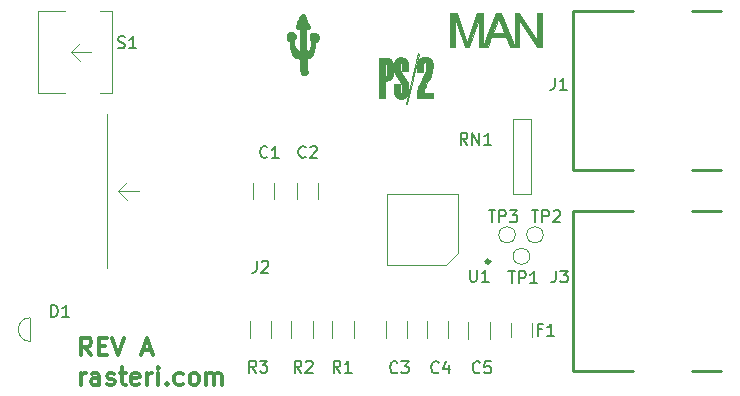
<source format=gbr>
%TF.GenerationSoftware,KiCad,Pcbnew,(6.0.6)*%
%TF.CreationDate,2022-08-24T09:56:22+01:00*%
%TF.ProjectId,ps2usb,70733275-7362-42e6-9b69-6361645f7063,rev?*%
%TF.SameCoordinates,Original*%
%TF.FileFunction,Legend,Top*%
%TF.FilePolarity,Positive*%
%FSLAX46Y46*%
G04 Gerber Fmt 4.6, Leading zero omitted, Abs format (unit mm)*
G04 Created by KiCad (PCBNEW (6.0.6)) date 2022-08-24 09:56:22*
%MOMM*%
%LPD*%
G01*
G04 APERTURE LIST*
%ADD10C,0.080000*%
%ADD11C,0.050000*%
%ADD12C,0.006000*%
%ADD13C,0.300000*%
%ADD14C,0.150000*%
%ADD15C,0.120000*%
%ADD16C,0.310000*%
%ADD17C,0.250000*%
G04 APERTURE END LIST*
D10*
G36*
X140857061Y-85466118D02*
G01*
X142033582Y-88340749D01*
X142033582Y-88353491D01*
X141603526Y-88353491D01*
X141266731Y-87479008D01*
X140059390Y-87479008D01*
X139742291Y-88353491D01*
X139343747Y-88353491D01*
X139343747Y-88334782D01*
X139791906Y-87167817D01*
X140169686Y-87167817D01*
X141148558Y-87167817D01*
X140847215Y-86368178D01*
X140782711Y-86194117D01*
X140727070Y-86036306D01*
X140680294Y-85894743D01*
X140660229Y-85830055D01*
X140642381Y-85769428D01*
X140627886Y-85838795D01*
X140611976Y-85908038D01*
X140594650Y-85977158D01*
X140575908Y-86046155D01*
X140555751Y-86115028D01*
X140534178Y-86183778D01*
X140511189Y-86252405D01*
X140486785Y-86320908D01*
X140169686Y-87167817D01*
X139791906Y-87167817D01*
X140445423Y-85466118D01*
X140857061Y-85466118D01*
G37*
X140857061Y-85466118D02*
X142033582Y-88340749D01*
X142033582Y-88353491D01*
X141603526Y-88353491D01*
X141266731Y-87479008D01*
X140059390Y-87479008D01*
X139742291Y-88353491D01*
X139343747Y-88353491D01*
X139343747Y-88334782D01*
X139791906Y-87167817D01*
X140169686Y-87167817D01*
X141148558Y-87167817D01*
X140847215Y-86368178D01*
X140782711Y-86194117D01*
X140727070Y-86036306D01*
X140680294Y-85894743D01*
X140660229Y-85830055D01*
X140642381Y-85769428D01*
X140627886Y-85838795D01*
X140611976Y-85908038D01*
X140594650Y-85977158D01*
X140575908Y-86046155D01*
X140555751Y-86115028D01*
X140534178Y-86183778D01*
X140511189Y-86252405D01*
X140486785Y-86320908D01*
X140169686Y-87167817D01*
X139791906Y-87167817D01*
X140445423Y-85466118D01*
X140857061Y-85466118D01*
D11*
G36*
X124115771Y-85541920D02*
G01*
X124137258Y-85545741D01*
X124158246Y-85552114D01*
X124178646Y-85561056D01*
X124198374Y-85572589D01*
X124217340Y-85586730D01*
X124235457Y-85603499D01*
X124252639Y-85622914D01*
X124268798Y-85644997D01*
X124283848Y-85669764D01*
X124297699Y-85697236D01*
X124310267Y-85727432D01*
X124321462Y-85760371D01*
X124331198Y-85796072D01*
X124338822Y-85822986D01*
X124350434Y-85857812D01*
X124383684Y-85946743D01*
X124427070Y-86053950D01*
X124476711Y-86170518D01*
X124528728Y-86287532D01*
X124579241Y-86396079D01*
X124624370Y-86487245D01*
X124643703Y-86523523D01*
X124660236Y-86552113D01*
X124670500Y-86569356D01*
X124679319Y-86585390D01*
X124686687Y-86600318D01*
X124692596Y-86614246D01*
X124695001Y-86620868D01*
X124697038Y-86627278D01*
X124698708Y-86633491D01*
X124700007Y-86639519D01*
X124700937Y-86645376D01*
X124701495Y-86651074D01*
X124701682Y-86656627D01*
X124701495Y-86662047D01*
X124700935Y-86667348D01*
X124699999Y-86672543D01*
X124698689Y-86677645D01*
X124697001Y-86682667D01*
X124694936Y-86687622D01*
X124692492Y-86692523D01*
X124689670Y-86697384D01*
X124686466Y-86702217D01*
X124682882Y-86707035D01*
X124678916Y-86711852D01*
X124669833Y-86721534D01*
X124659211Y-86731367D01*
X124647043Y-86741456D01*
X124636668Y-86748883D01*
X124624576Y-86756147D01*
X124610925Y-86763203D01*
X124595875Y-86770012D01*
X124579583Y-86776529D01*
X124562209Y-86782713D01*
X124543912Y-86788521D01*
X124524849Y-86793911D01*
X124505181Y-86798841D01*
X124485065Y-86803269D01*
X124464661Y-86807152D01*
X124444126Y-86810448D01*
X124423620Y-86813114D01*
X124403302Y-86815109D01*
X124383330Y-86816390D01*
X124363863Y-86816915D01*
X124357510Y-86816976D01*
X124351960Y-86817131D01*
X124349474Y-86817275D01*
X124347173Y-86817478D01*
X124345052Y-86817754D01*
X124343106Y-86818115D01*
X124341330Y-86818572D01*
X124339719Y-86819138D01*
X124338267Y-86819825D01*
X124336969Y-86820646D01*
X124335821Y-86821612D01*
X124334816Y-86822736D01*
X124333950Y-86824029D01*
X124333218Y-86825505D01*
X124332614Y-86827175D01*
X124332133Y-86829052D01*
X124331769Y-86831147D01*
X124331519Y-86833473D01*
X124331376Y-86836043D01*
X124331336Y-86838867D01*
X124331393Y-86841960D01*
X124331542Y-86845331D01*
X124332095Y-86852963D01*
X124332954Y-86861860D01*
X124335423Y-86883840D01*
X124337208Y-86911360D01*
X124339328Y-86964343D01*
X124344262Y-87134248D01*
X124349593Y-87368655D01*
X124354688Y-87642665D01*
X124361001Y-87958209D01*
X124368351Y-88209986D01*
X124376766Y-88398764D01*
X124386273Y-88525315D01*
X124400430Y-88661279D01*
X124406335Y-88720662D01*
X124406642Y-88721672D01*
X124407536Y-88722487D01*
X124408983Y-88723113D01*
X124410956Y-88723555D01*
X124416351Y-88723919D01*
X124423478Y-88723630D01*
X124432092Y-88722742D01*
X124441948Y-88721307D01*
X124452802Y-88719379D01*
X124464411Y-88717010D01*
X124476529Y-88714252D01*
X124488913Y-88711159D01*
X124501319Y-88707783D01*
X124513501Y-88704178D01*
X124525216Y-88700395D01*
X124536219Y-88696488D01*
X124546267Y-88692509D01*
X124555115Y-88688512D01*
X124564315Y-88683225D01*
X124573589Y-88676350D01*
X124582917Y-88667943D01*
X124592279Y-88658061D01*
X124601656Y-88646761D01*
X124611028Y-88634098D01*
X124629679Y-88604915D01*
X124648077Y-88570963D01*
X124666063Y-88532698D01*
X124683482Y-88490571D01*
X124700176Y-88445036D01*
X124715989Y-88396547D01*
X124730765Y-88345556D01*
X124744346Y-88292517D01*
X124756576Y-88237884D01*
X124767298Y-88182108D01*
X124776356Y-88125644D01*
X124783592Y-88068946D01*
X124788851Y-88012465D01*
X124802776Y-87826815D01*
X124758113Y-87760562D01*
X124744573Y-87739202D01*
X124732325Y-87717267D01*
X124721351Y-87694826D01*
X124711637Y-87671950D01*
X124703168Y-87648710D01*
X124695930Y-87625177D01*
X124689906Y-87601421D01*
X124685082Y-87577513D01*
X124681443Y-87553523D01*
X124678973Y-87529522D01*
X124677659Y-87505581D01*
X124677483Y-87481771D01*
X124678433Y-87458161D01*
X124680491Y-87434823D01*
X124683644Y-87411827D01*
X124687877Y-87389244D01*
X124693173Y-87367145D01*
X124699519Y-87345600D01*
X124706899Y-87324679D01*
X124715298Y-87304454D01*
X124724701Y-87284996D01*
X124735093Y-87266374D01*
X124746459Y-87248659D01*
X124758783Y-87231922D01*
X124772051Y-87216235D01*
X124786248Y-87201666D01*
X124801359Y-87188287D01*
X124817368Y-87176169D01*
X124834260Y-87165382D01*
X124852021Y-87155997D01*
X124870636Y-87148084D01*
X124890088Y-87141715D01*
X124937617Y-87130635D01*
X124983611Y-87124317D01*
X125027978Y-87122514D01*
X125070625Y-87124982D01*
X125111458Y-87131473D01*
X125150385Y-87141742D01*
X125187312Y-87155544D01*
X125222146Y-87172632D01*
X125254795Y-87192761D01*
X125285165Y-87215685D01*
X125313163Y-87241158D01*
X125338696Y-87268935D01*
X125361671Y-87298768D01*
X125381996Y-87330414D01*
X125399576Y-87363625D01*
X125414318Y-87398157D01*
X125426131Y-87433762D01*
X125434920Y-87470196D01*
X125440592Y-87507213D01*
X125443056Y-87544566D01*
X125442216Y-87582011D01*
X125437981Y-87619300D01*
X125430257Y-87656189D01*
X125418952Y-87692431D01*
X125403971Y-87727781D01*
X125385223Y-87761993D01*
X125362614Y-87794821D01*
X125336051Y-87826019D01*
X125305440Y-87855342D01*
X125270689Y-87882543D01*
X125231705Y-87907377D01*
X125188395Y-87929599D01*
X125121429Y-87960257D01*
X125112839Y-88122136D01*
X125107506Y-88202155D01*
X125100102Y-88281127D01*
X125090716Y-88358746D01*
X125079437Y-88434706D01*
X125066352Y-88508699D01*
X125051552Y-88580421D01*
X125035123Y-88649563D01*
X125017155Y-88715821D01*
X124997737Y-88778887D01*
X124976957Y-88838455D01*
X124954903Y-88894219D01*
X124931664Y-88945872D01*
X124907329Y-88993109D01*
X124881986Y-89035621D01*
X124855724Y-89073105D01*
X124828632Y-89105251D01*
X124815183Y-89119387D01*
X124802293Y-89132387D01*
X124789786Y-89144358D01*
X124777487Y-89155405D01*
X124765220Y-89165637D01*
X124752809Y-89175159D01*
X124740080Y-89184077D01*
X124726857Y-89192499D01*
X124712963Y-89200530D01*
X124698225Y-89208277D01*
X124682465Y-89215847D01*
X124665509Y-89223347D01*
X124647181Y-89230881D01*
X124627306Y-89238558D01*
X124605708Y-89246484D01*
X124582211Y-89254764D01*
X124476212Y-89291505D01*
X124476512Y-89543409D01*
X124477774Y-89829505D01*
X124480412Y-90163614D01*
X124484027Y-90531914D01*
X124416626Y-90591904D01*
X124390731Y-90614682D01*
X124379656Y-90624034D01*
X124369491Y-90632177D01*
X124359981Y-90639228D01*
X124350871Y-90645297D01*
X124346387Y-90648000D01*
X124341907Y-90650501D01*
X124337400Y-90652813D01*
X124332835Y-90654951D01*
X124328178Y-90656930D01*
X124323399Y-90658762D01*
X124318466Y-90660463D01*
X124313347Y-90662047D01*
X124302422Y-90664921D01*
X124290371Y-90667495D01*
X124276939Y-90669884D01*
X124261872Y-90672202D01*
X124225814Y-90677079D01*
X124179970Y-90682664D01*
X124142030Y-90686289D01*
X124125570Y-90687335D01*
X124110540Y-90687852D01*
X124096760Y-90687827D01*
X124084047Y-90687249D01*
X124072220Y-90686105D01*
X124061096Y-90684380D01*
X124050495Y-90682064D01*
X124040234Y-90679143D01*
X124030132Y-90675604D01*
X124020008Y-90671434D01*
X124009678Y-90666621D01*
X123998962Y-90661153D01*
X123998950Y-90661153D01*
X123989232Y-90655653D01*
X123980018Y-90649638D01*
X123971296Y-90643013D01*
X123963052Y-90635683D01*
X123955272Y-90627553D01*
X123947944Y-90618527D01*
X123941054Y-90608510D01*
X123934588Y-90597407D01*
X123928533Y-90585123D01*
X123922875Y-90571561D01*
X123917603Y-90556627D01*
X123912700Y-90540225D01*
X123908156Y-90522261D01*
X123903955Y-90502638D01*
X123900086Y-90481262D01*
X123896533Y-90458037D01*
X123893285Y-90432868D01*
X123890326Y-90405659D01*
X123887645Y-90376316D01*
X123885228Y-90344742D01*
X123883061Y-90310843D01*
X123881131Y-90274523D01*
X123877929Y-90194240D01*
X123875513Y-90103131D01*
X123873777Y-90000431D01*
X123872613Y-89885380D01*
X123871916Y-89757215D01*
X123871885Y-89596179D01*
X123870603Y-89478728D01*
X123868290Y-89434031D01*
X123864220Y-89397451D01*
X123857912Y-89368061D01*
X123853769Y-89355774D01*
X123848886Y-89344937D01*
X123843202Y-89335434D01*
X123836658Y-89327150D01*
X123829194Y-89319970D01*
X123820749Y-89313776D01*
X123811264Y-89308454D01*
X123800678Y-89303887D01*
X123775962Y-89296558D01*
X123746120Y-89290861D01*
X123710673Y-89285871D01*
X123621032Y-89274306D01*
X123567083Y-89265337D01*
X123516935Y-89253985D01*
X123493220Y-89247347D01*
X123470378Y-89240031D01*
X123448381Y-89232010D01*
X123427205Y-89223255D01*
X123406822Y-89213741D01*
X123387208Y-89203439D01*
X123368335Y-89192322D01*
X123350179Y-89180363D01*
X123332713Y-89167534D01*
X123315911Y-89153808D01*
X123299747Y-89139158D01*
X123284195Y-89123555D01*
X123269230Y-89106973D01*
X123254824Y-89089385D01*
X123240953Y-89070762D01*
X123227591Y-89051078D01*
X123214710Y-89030305D01*
X123202286Y-89008415D01*
X123190292Y-88985382D01*
X123178702Y-88961177D01*
X123156632Y-88909146D01*
X123135867Y-88852101D01*
X123116200Y-88789823D01*
X123097423Y-88722094D01*
X123073645Y-88628052D01*
X123054293Y-88544351D01*
X123038978Y-88468258D01*
X123027307Y-88397037D01*
X123018889Y-88327957D01*
X123013333Y-88258282D01*
X123010248Y-88185279D01*
X123009241Y-88106215D01*
X123009020Y-88026906D01*
X123007920Y-87967128D01*
X123006732Y-87943536D01*
X123004952Y-87923594D01*
X123002457Y-87906891D01*
X122999123Y-87893016D01*
X122994826Y-87881558D01*
X122989442Y-87872107D01*
X122982847Y-87864251D01*
X122974918Y-87857580D01*
X122965531Y-87851682D01*
X122954561Y-87846147D01*
X122927378Y-87834522D01*
X122904601Y-87824200D01*
X122883058Y-87812664D01*
X122862756Y-87799967D01*
X122843703Y-87786165D01*
X122825905Y-87771311D01*
X122809368Y-87755460D01*
X122794100Y-87738667D01*
X122780108Y-87720987D01*
X122767398Y-87702473D01*
X122755977Y-87683182D01*
X122745852Y-87663166D01*
X122737030Y-87642482D01*
X122729517Y-87621182D01*
X122723321Y-87599323D01*
X122718448Y-87576958D01*
X122714905Y-87554142D01*
X122712698Y-87530930D01*
X122711836Y-87507376D01*
X122712324Y-87483536D01*
X122714169Y-87459462D01*
X122717378Y-87435210D01*
X122721958Y-87410835D01*
X122727916Y-87386392D01*
X122735259Y-87361934D01*
X122743992Y-87337516D01*
X122754125Y-87313193D01*
X122765662Y-87289020D01*
X122778610Y-87265051D01*
X122792978Y-87241340D01*
X122808771Y-87217943D01*
X122825996Y-87194913D01*
X122844661Y-87172306D01*
X122865315Y-87149822D01*
X122886669Y-87129185D01*
X122908608Y-87110431D01*
X122931021Y-87093600D01*
X122953792Y-87078728D01*
X122976809Y-87065853D01*
X122999957Y-87055015D01*
X123023124Y-87046249D01*
X123046195Y-87039595D01*
X123057659Y-87037071D01*
X123069057Y-87035089D01*
X123080374Y-87033655D01*
X123091597Y-87032771D01*
X123102710Y-87032444D01*
X123113700Y-87032678D01*
X123124553Y-87033477D01*
X123135254Y-87034847D01*
X123145790Y-87036792D01*
X123156145Y-87039317D01*
X123166306Y-87042426D01*
X123176259Y-87046125D01*
X123185989Y-87050418D01*
X123195482Y-87055309D01*
X123220029Y-87069460D01*
X123243622Y-87084157D01*
X123266245Y-87099367D01*
X123287883Y-87115054D01*
X123308522Y-87131183D01*
X123328146Y-87147720D01*
X123346741Y-87164629D01*
X123364290Y-87181876D01*
X123380780Y-87199424D01*
X123396194Y-87217241D01*
X123410518Y-87235289D01*
X123423738Y-87253535D01*
X123435837Y-87271944D01*
X123446800Y-87290480D01*
X123456614Y-87309109D01*
X123465261Y-87327795D01*
X123472729Y-87346504D01*
X123479000Y-87365201D01*
X123484061Y-87383850D01*
X123487897Y-87402417D01*
X123490491Y-87420867D01*
X123491830Y-87439164D01*
X123491897Y-87457274D01*
X123490679Y-87475162D01*
X123488160Y-87492793D01*
X123484324Y-87510131D01*
X123479157Y-87527143D01*
X123472644Y-87543792D01*
X123464769Y-87560044D01*
X123455518Y-87575864D01*
X123444875Y-87591217D01*
X123432826Y-87606068D01*
X123411410Y-87633864D01*
X123393074Y-87664519D01*
X123377728Y-87697789D01*
X123365282Y-87733429D01*
X123355647Y-87771191D01*
X123348734Y-87810832D01*
X123344452Y-87852106D01*
X123342713Y-87894767D01*
X123343426Y-87938571D01*
X123346503Y-87983270D01*
X123359387Y-88074378D01*
X123380650Y-88166126D01*
X123409574Y-88256552D01*
X123445444Y-88343693D01*
X123487542Y-88425585D01*
X123510703Y-88463950D01*
X123535153Y-88500265D01*
X123560802Y-88534287D01*
X123587560Y-88565770D01*
X123615338Y-88594467D01*
X123644046Y-88620135D01*
X123673595Y-88642527D01*
X123703896Y-88661398D01*
X123734858Y-88676503D01*
X123766392Y-88687596D01*
X123798409Y-88694432D01*
X123830818Y-88696765D01*
X123833794Y-88694918D01*
X123836651Y-88689504D01*
X123841995Y-88668737D01*
X123846821Y-88635990D01*
X123851098Y-88592788D01*
X123857882Y-88481121D01*
X123862104Y-88345939D01*
X123863520Y-88199444D01*
X123861884Y-88053840D01*
X123856953Y-87921330D01*
X123853176Y-87863798D01*
X123848483Y-87814115D01*
X123845967Y-87784439D01*
X123843257Y-87738840D01*
X123837593Y-87608990D01*
X123832174Y-87442796D01*
X123827682Y-87258490D01*
X123820785Y-86937538D01*
X123817140Y-86803456D01*
X123813954Y-86802922D01*
X123805337Y-86801783D01*
X123774181Y-86797975D01*
X123728410Y-86792596D01*
X123672761Y-86786214D01*
X123636536Y-86781556D01*
X123603976Y-86776182D01*
X123575028Y-86770032D01*
X123549638Y-86763042D01*
X123538261Y-86759213D01*
X123527753Y-86755151D01*
X123518108Y-86750849D01*
X123509319Y-86746298D01*
X123501378Y-86741491D01*
X123494281Y-86736421D01*
X123488019Y-86731079D01*
X123482586Y-86725458D01*
X123477976Y-86719550D01*
X123474181Y-86713347D01*
X123471195Y-86706842D01*
X123469012Y-86700027D01*
X123467624Y-86692894D01*
X123467024Y-86685436D01*
X123467207Y-86677645D01*
X123468165Y-86669513D01*
X123469891Y-86661032D01*
X123472380Y-86652195D01*
X123475623Y-86642994D01*
X123479616Y-86633421D01*
X123489818Y-86613130D01*
X123502934Y-86591259D01*
X123506908Y-86584843D01*
X123510861Y-86578027D01*
X123514770Y-86570870D01*
X123518610Y-86563433D01*
X123522357Y-86555774D01*
X123525986Y-86547956D01*
X123532795Y-86532077D01*
X123535925Y-86524137D01*
X123538841Y-86516277D01*
X123541517Y-86508556D01*
X123543929Y-86501035D01*
X123546053Y-86493774D01*
X123547865Y-86486833D01*
X123549340Y-86480271D01*
X123550454Y-86474150D01*
X123553539Y-86459064D01*
X123558896Y-86437975D01*
X123566232Y-86411846D01*
X123575250Y-86381640D01*
X123585658Y-86348321D01*
X123597161Y-86312852D01*
X123609463Y-86276196D01*
X123622271Y-86239315D01*
X123679454Y-86074678D01*
X123728684Y-85928524D01*
X123743082Y-85887518D01*
X123758637Y-85848698D01*
X123775264Y-85812085D01*
X123792875Y-85777696D01*
X123811382Y-85745552D01*
X123830699Y-85715671D01*
X123850738Y-85688072D01*
X123871411Y-85662776D01*
X123892633Y-85639801D01*
X123914314Y-85619165D01*
X123936369Y-85600889D01*
X123958710Y-85584992D01*
X123981249Y-85571492D01*
X124003900Y-85560409D01*
X124026575Y-85551763D01*
X124049187Y-85545571D01*
X124071648Y-85541854D01*
X124093872Y-85540631D01*
X124115771Y-85541920D01*
G37*
X124115771Y-85541920D02*
X124137258Y-85545741D01*
X124158246Y-85552114D01*
X124178646Y-85561056D01*
X124198374Y-85572589D01*
X124217340Y-85586730D01*
X124235457Y-85603499D01*
X124252639Y-85622914D01*
X124268798Y-85644997D01*
X124283848Y-85669764D01*
X124297699Y-85697236D01*
X124310267Y-85727432D01*
X124321462Y-85760371D01*
X124331198Y-85796072D01*
X124338822Y-85822986D01*
X124350434Y-85857812D01*
X124383684Y-85946743D01*
X124427070Y-86053950D01*
X124476711Y-86170518D01*
X124528728Y-86287532D01*
X124579241Y-86396079D01*
X124624370Y-86487245D01*
X124643703Y-86523523D01*
X124660236Y-86552113D01*
X124670500Y-86569356D01*
X124679319Y-86585390D01*
X124686687Y-86600318D01*
X124692596Y-86614246D01*
X124695001Y-86620868D01*
X124697038Y-86627278D01*
X124698708Y-86633491D01*
X124700007Y-86639519D01*
X124700937Y-86645376D01*
X124701495Y-86651074D01*
X124701682Y-86656627D01*
X124701495Y-86662047D01*
X124700935Y-86667348D01*
X124699999Y-86672543D01*
X124698689Y-86677645D01*
X124697001Y-86682667D01*
X124694936Y-86687622D01*
X124692492Y-86692523D01*
X124689670Y-86697384D01*
X124686466Y-86702217D01*
X124682882Y-86707035D01*
X124678916Y-86711852D01*
X124669833Y-86721534D01*
X124659211Y-86731367D01*
X124647043Y-86741456D01*
X124636668Y-86748883D01*
X124624576Y-86756147D01*
X124610925Y-86763203D01*
X124595875Y-86770012D01*
X124579583Y-86776529D01*
X124562209Y-86782713D01*
X124543912Y-86788521D01*
X124524849Y-86793911D01*
X124505181Y-86798841D01*
X124485065Y-86803269D01*
X124464661Y-86807152D01*
X124444126Y-86810448D01*
X124423620Y-86813114D01*
X124403302Y-86815109D01*
X124383330Y-86816390D01*
X124363863Y-86816915D01*
X124357510Y-86816976D01*
X124351960Y-86817131D01*
X124349474Y-86817275D01*
X124347173Y-86817478D01*
X124345052Y-86817754D01*
X124343106Y-86818115D01*
X124341330Y-86818572D01*
X124339719Y-86819138D01*
X124338267Y-86819825D01*
X124336969Y-86820646D01*
X124335821Y-86821612D01*
X124334816Y-86822736D01*
X124333950Y-86824029D01*
X124333218Y-86825505D01*
X124332614Y-86827175D01*
X124332133Y-86829052D01*
X124331769Y-86831147D01*
X124331519Y-86833473D01*
X124331376Y-86836043D01*
X124331336Y-86838867D01*
X124331393Y-86841960D01*
X124331542Y-86845331D01*
X124332095Y-86852963D01*
X124332954Y-86861860D01*
X124335423Y-86883840D01*
X124337208Y-86911360D01*
X124339328Y-86964343D01*
X124344262Y-87134248D01*
X124349593Y-87368655D01*
X124354688Y-87642665D01*
X124361001Y-87958209D01*
X124368351Y-88209986D01*
X124376766Y-88398764D01*
X124386273Y-88525315D01*
X124400430Y-88661279D01*
X124406335Y-88720662D01*
X124406642Y-88721672D01*
X124407536Y-88722487D01*
X124408983Y-88723113D01*
X124410956Y-88723555D01*
X124416351Y-88723919D01*
X124423478Y-88723630D01*
X124432092Y-88722742D01*
X124441948Y-88721307D01*
X124452802Y-88719379D01*
X124464411Y-88717010D01*
X124476529Y-88714252D01*
X124488913Y-88711159D01*
X124501319Y-88707783D01*
X124513501Y-88704178D01*
X124525216Y-88700395D01*
X124536219Y-88696488D01*
X124546267Y-88692509D01*
X124555115Y-88688512D01*
X124564315Y-88683225D01*
X124573589Y-88676350D01*
X124582917Y-88667943D01*
X124592279Y-88658061D01*
X124601656Y-88646761D01*
X124611028Y-88634098D01*
X124629679Y-88604915D01*
X124648077Y-88570963D01*
X124666063Y-88532698D01*
X124683482Y-88490571D01*
X124700176Y-88445036D01*
X124715989Y-88396547D01*
X124730765Y-88345556D01*
X124744346Y-88292517D01*
X124756576Y-88237884D01*
X124767298Y-88182108D01*
X124776356Y-88125644D01*
X124783592Y-88068946D01*
X124788851Y-88012465D01*
X124802776Y-87826815D01*
X124758113Y-87760562D01*
X124744573Y-87739202D01*
X124732325Y-87717267D01*
X124721351Y-87694826D01*
X124711637Y-87671950D01*
X124703168Y-87648710D01*
X124695930Y-87625177D01*
X124689906Y-87601421D01*
X124685082Y-87577513D01*
X124681443Y-87553523D01*
X124678973Y-87529522D01*
X124677659Y-87505581D01*
X124677483Y-87481771D01*
X124678433Y-87458161D01*
X124680491Y-87434823D01*
X124683644Y-87411827D01*
X124687877Y-87389244D01*
X124693173Y-87367145D01*
X124699519Y-87345600D01*
X124706899Y-87324679D01*
X124715298Y-87304454D01*
X124724701Y-87284996D01*
X124735093Y-87266374D01*
X124746459Y-87248659D01*
X124758783Y-87231922D01*
X124772051Y-87216235D01*
X124786248Y-87201666D01*
X124801359Y-87188287D01*
X124817368Y-87176169D01*
X124834260Y-87165382D01*
X124852021Y-87155997D01*
X124870636Y-87148084D01*
X124890088Y-87141715D01*
X124937617Y-87130635D01*
X124983611Y-87124317D01*
X125027978Y-87122514D01*
X125070625Y-87124982D01*
X125111458Y-87131473D01*
X125150385Y-87141742D01*
X125187312Y-87155544D01*
X125222146Y-87172632D01*
X125254795Y-87192761D01*
X125285165Y-87215685D01*
X125313163Y-87241158D01*
X125338696Y-87268935D01*
X125361671Y-87298768D01*
X125381996Y-87330414D01*
X125399576Y-87363625D01*
X125414318Y-87398157D01*
X125426131Y-87433762D01*
X125434920Y-87470196D01*
X125440592Y-87507213D01*
X125443056Y-87544566D01*
X125442216Y-87582011D01*
X125437981Y-87619300D01*
X125430257Y-87656189D01*
X125418952Y-87692431D01*
X125403971Y-87727781D01*
X125385223Y-87761993D01*
X125362614Y-87794821D01*
X125336051Y-87826019D01*
X125305440Y-87855342D01*
X125270689Y-87882543D01*
X125231705Y-87907377D01*
X125188395Y-87929599D01*
X125121429Y-87960257D01*
X125112839Y-88122136D01*
X125107506Y-88202155D01*
X125100102Y-88281127D01*
X125090716Y-88358746D01*
X125079437Y-88434706D01*
X125066352Y-88508699D01*
X125051552Y-88580421D01*
X125035123Y-88649563D01*
X125017155Y-88715821D01*
X124997737Y-88778887D01*
X124976957Y-88838455D01*
X124954903Y-88894219D01*
X124931664Y-88945872D01*
X124907329Y-88993109D01*
X124881986Y-89035621D01*
X124855724Y-89073105D01*
X124828632Y-89105251D01*
X124815183Y-89119387D01*
X124802293Y-89132387D01*
X124789786Y-89144358D01*
X124777487Y-89155405D01*
X124765220Y-89165637D01*
X124752809Y-89175159D01*
X124740080Y-89184077D01*
X124726857Y-89192499D01*
X124712963Y-89200530D01*
X124698225Y-89208277D01*
X124682465Y-89215847D01*
X124665509Y-89223347D01*
X124647181Y-89230881D01*
X124627306Y-89238558D01*
X124605708Y-89246484D01*
X124582211Y-89254764D01*
X124476212Y-89291505D01*
X124476512Y-89543409D01*
X124477774Y-89829505D01*
X124480412Y-90163614D01*
X124484027Y-90531914D01*
X124416626Y-90591904D01*
X124390731Y-90614682D01*
X124379656Y-90624034D01*
X124369491Y-90632177D01*
X124359981Y-90639228D01*
X124350871Y-90645297D01*
X124346387Y-90648000D01*
X124341907Y-90650501D01*
X124337400Y-90652813D01*
X124332835Y-90654951D01*
X124328178Y-90656930D01*
X124323399Y-90658762D01*
X124318466Y-90660463D01*
X124313347Y-90662047D01*
X124302422Y-90664921D01*
X124290371Y-90667495D01*
X124276939Y-90669884D01*
X124261872Y-90672202D01*
X124225814Y-90677079D01*
X124179970Y-90682664D01*
X124142030Y-90686289D01*
X124125570Y-90687335D01*
X124110540Y-90687852D01*
X124096760Y-90687827D01*
X124084047Y-90687249D01*
X124072220Y-90686105D01*
X124061096Y-90684380D01*
X124050495Y-90682064D01*
X124040234Y-90679143D01*
X124030132Y-90675604D01*
X124020008Y-90671434D01*
X124009678Y-90666621D01*
X123998962Y-90661153D01*
X123998950Y-90661153D01*
X123989232Y-90655653D01*
X123980018Y-90649638D01*
X123971296Y-90643013D01*
X123963052Y-90635683D01*
X123955272Y-90627553D01*
X123947944Y-90618527D01*
X123941054Y-90608510D01*
X123934588Y-90597407D01*
X123928533Y-90585123D01*
X123922875Y-90571561D01*
X123917603Y-90556627D01*
X123912700Y-90540225D01*
X123908156Y-90522261D01*
X123903955Y-90502638D01*
X123900086Y-90481262D01*
X123896533Y-90458037D01*
X123893285Y-90432868D01*
X123890326Y-90405659D01*
X123887645Y-90376316D01*
X123885228Y-90344742D01*
X123883061Y-90310843D01*
X123881131Y-90274523D01*
X123877929Y-90194240D01*
X123875513Y-90103131D01*
X123873777Y-90000431D01*
X123872613Y-89885380D01*
X123871916Y-89757215D01*
X123871885Y-89596179D01*
X123870603Y-89478728D01*
X123868290Y-89434031D01*
X123864220Y-89397451D01*
X123857912Y-89368061D01*
X123853769Y-89355774D01*
X123848886Y-89344937D01*
X123843202Y-89335434D01*
X123836658Y-89327150D01*
X123829194Y-89319970D01*
X123820749Y-89313776D01*
X123811264Y-89308454D01*
X123800678Y-89303887D01*
X123775962Y-89296558D01*
X123746120Y-89290861D01*
X123710673Y-89285871D01*
X123621032Y-89274306D01*
X123567083Y-89265337D01*
X123516935Y-89253985D01*
X123493220Y-89247347D01*
X123470378Y-89240031D01*
X123448381Y-89232010D01*
X123427205Y-89223255D01*
X123406822Y-89213741D01*
X123387208Y-89203439D01*
X123368335Y-89192322D01*
X123350179Y-89180363D01*
X123332713Y-89167534D01*
X123315911Y-89153808D01*
X123299747Y-89139158D01*
X123284195Y-89123555D01*
X123269230Y-89106973D01*
X123254824Y-89089385D01*
X123240953Y-89070762D01*
X123227591Y-89051078D01*
X123214710Y-89030305D01*
X123202286Y-89008415D01*
X123190292Y-88985382D01*
X123178702Y-88961177D01*
X123156632Y-88909146D01*
X123135867Y-88852101D01*
X123116200Y-88789823D01*
X123097423Y-88722094D01*
X123073645Y-88628052D01*
X123054293Y-88544351D01*
X123038978Y-88468258D01*
X123027307Y-88397037D01*
X123018889Y-88327957D01*
X123013333Y-88258282D01*
X123010248Y-88185279D01*
X123009241Y-88106215D01*
X123009020Y-88026906D01*
X123007920Y-87967128D01*
X123006732Y-87943536D01*
X123004952Y-87923594D01*
X123002457Y-87906891D01*
X122999123Y-87893016D01*
X122994826Y-87881558D01*
X122989442Y-87872107D01*
X122982847Y-87864251D01*
X122974918Y-87857580D01*
X122965531Y-87851682D01*
X122954561Y-87846147D01*
X122927378Y-87834522D01*
X122904601Y-87824200D01*
X122883058Y-87812664D01*
X122862756Y-87799967D01*
X122843703Y-87786165D01*
X122825905Y-87771311D01*
X122809368Y-87755460D01*
X122794100Y-87738667D01*
X122780108Y-87720987D01*
X122767398Y-87702473D01*
X122755977Y-87683182D01*
X122745852Y-87663166D01*
X122737030Y-87642482D01*
X122729517Y-87621182D01*
X122723321Y-87599323D01*
X122718448Y-87576958D01*
X122714905Y-87554142D01*
X122712698Y-87530930D01*
X122711836Y-87507376D01*
X122712324Y-87483536D01*
X122714169Y-87459462D01*
X122717378Y-87435210D01*
X122721958Y-87410835D01*
X122727916Y-87386392D01*
X122735259Y-87361934D01*
X122743992Y-87337516D01*
X122754125Y-87313193D01*
X122765662Y-87289020D01*
X122778610Y-87265051D01*
X122792978Y-87241340D01*
X122808771Y-87217943D01*
X122825996Y-87194913D01*
X122844661Y-87172306D01*
X122865315Y-87149822D01*
X122886669Y-87129185D01*
X122908608Y-87110431D01*
X122931021Y-87093600D01*
X122953792Y-87078728D01*
X122976809Y-87065853D01*
X122999957Y-87055015D01*
X123023124Y-87046249D01*
X123046195Y-87039595D01*
X123057659Y-87037071D01*
X123069057Y-87035089D01*
X123080374Y-87033655D01*
X123091597Y-87032771D01*
X123102710Y-87032444D01*
X123113700Y-87032678D01*
X123124553Y-87033477D01*
X123135254Y-87034847D01*
X123145790Y-87036792D01*
X123156145Y-87039317D01*
X123166306Y-87042426D01*
X123176259Y-87046125D01*
X123185989Y-87050418D01*
X123195482Y-87055309D01*
X123220029Y-87069460D01*
X123243622Y-87084157D01*
X123266245Y-87099367D01*
X123287883Y-87115054D01*
X123308522Y-87131183D01*
X123328146Y-87147720D01*
X123346741Y-87164629D01*
X123364290Y-87181876D01*
X123380780Y-87199424D01*
X123396194Y-87217241D01*
X123410518Y-87235289D01*
X123423738Y-87253535D01*
X123435837Y-87271944D01*
X123446800Y-87290480D01*
X123456614Y-87309109D01*
X123465261Y-87327795D01*
X123472729Y-87346504D01*
X123479000Y-87365201D01*
X123484061Y-87383850D01*
X123487897Y-87402417D01*
X123490491Y-87420867D01*
X123491830Y-87439164D01*
X123491897Y-87457274D01*
X123490679Y-87475162D01*
X123488160Y-87492793D01*
X123484324Y-87510131D01*
X123479157Y-87527143D01*
X123472644Y-87543792D01*
X123464769Y-87560044D01*
X123455518Y-87575864D01*
X123444875Y-87591217D01*
X123432826Y-87606068D01*
X123411410Y-87633864D01*
X123393074Y-87664519D01*
X123377728Y-87697789D01*
X123365282Y-87733429D01*
X123355647Y-87771191D01*
X123348734Y-87810832D01*
X123344452Y-87852106D01*
X123342713Y-87894767D01*
X123343426Y-87938571D01*
X123346503Y-87983270D01*
X123359387Y-88074378D01*
X123380650Y-88166126D01*
X123409574Y-88256552D01*
X123445444Y-88343693D01*
X123487542Y-88425585D01*
X123510703Y-88463950D01*
X123535153Y-88500265D01*
X123560802Y-88534287D01*
X123587560Y-88565770D01*
X123615338Y-88594467D01*
X123644046Y-88620135D01*
X123673595Y-88642527D01*
X123703896Y-88661398D01*
X123734858Y-88676503D01*
X123766392Y-88687596D01*
X123798409Y-88694432D01*
X123830818Y-88696765D01*
X123833794Y-88694918D01*
X123836651Y-88689504D01*
X123841995Y-88668737D01*
X123846821Y-88635990D01*
X123851098Y-88592788D01*
X123857882Y-88481121D01*
X123862104Y-88345939D01*
X123863520Y-88199444D01*
X123861884Y-88053840D01*
X123856953Y-87921330D01*
X123853176Y-87863798D01*
X123848483Y-87814115D01*
X123845967Y-87784439D01*
X123843257Y-87738840D01*
X123837593Y-87608990D01*
X123832174Y-87442796D01*
X123827682Y-87258490D01*
X123820785Y-86937538D01*
X123817140Y-86803456D01*
X123813954Y-86802922D01*
X123805337Y-86801783D01*
X123774181Y-86797975D01*
X123728410Y-86792596D01*
X123672761Y-86786214D01*
X123636536Y-86781556D01*
X123603976Y-86776182D01*
X123575028Y-86770032D01*
X123549638Y-86763042D01*
X123538261Y-86759213D01*
X123527753Y-86755151D01*
X123518108Y-86750849D01*
X123509319Y-86746298D01*
X123501378Y-86741491D01*
X123494281Y-86736421D01*
X123488019Y-86731079D01*
X123482586Y-86725458D01*
X123477976Y-86719550D01*
X123474181Y-86713347D01*
X123471195Y-86706842D01*
X123469012Y-86700027D01*
X123467624Y-86692894D01*
X123467024Y-86685436D01*
X123467207Y-86677645D01*
X123468165Y-86669513D01*
X123469891Y-86661032D01*
X123472380Y-86652195D01*
X123475623Y-86642994D01*
X123479616Y-86633421D01*
X123489818Y-86613130D01*
X123502934Y-86591259D01*
X123506908Y-86584843D01*
X123510861Y-86578027D01*
X123514770Y-86570870D01*
X123518610Y-86563433D01*
X123522357Y-86555774D01*
X123525986Y-86547956D01*
X123532795Y-86532077D01*
X123535925Y-86524137D01*
X123538841Y-86516277D01*
X123541517Y-86508556D01*
X123543929Y-86501035D01*
X123546053Y-86493774D01*
X123547865Y-86486833D01*
X123549340Y-86480271D01*
X123550454Y-86474150D01*
X123553539Y-86459064D01*
X123558896Y-86437975D01*
X123566232Y-86411846D01*
X123575250Y-86381640D01*
X123585658Y-86348321D01*
X123597161Y-86312852D01*
X123609463Y-86276196D01*
X123622271Y-86239315D01*
X123679454Y-86074678D01*
X123728684Y-85928524D01*
X123743082Y-85887518D01*
X123758637Y-85848698D01*
X123775264Y-85812085D01*
X123792875Y-85777696D01*
X123811382Y-85745552D01*
X123830699Y-85715671D01*
X123850738Y-85688072D01*
X123871411Y-85662776D01*
X123892633Y-85639801D01*
X123914314Y-85619165D01*
X123936369Y-85600889D01*
X123958710Y-85584992D01*
X123981249Y-85571492D01*
X124003900Y-85560409D01*
X124026575Y-85551763D01*
X124049187Y-85545571D01*
X124071648Y-85541854D01*
X124093872Y-85540631D01*
X124115771Y-85541920D01*
D10*
G36*
X143942085Y-87733081D02*
G01*
X143942085Y-85466118D01*
X144308423Y-85466118D01*
X144308423Y-88353491D01*
X143916482Y-88353491D01*
X142399922Y-86084560D01*
X142399922Y-88353491D01*
X142038797Y-88353491D01*
X142033582Y-88340749D01*
X142033582Y-85466118D01*
X142425525Y-85466118D01*
X143942085Y-87733081D01*
G37*
X143942085Y-87733081D02*
X143942085Y-85466118D01*
X144308423Y-85466118D01*
X144308423Y-88353491D01*
X143916482Y-88353491D01*
X142399922Y-86084560D01*
X142399922Y-88353491D01*
X142038797Y-88353491D01*
X142033582Y-88340749D01*
X142033582Y-85466118D01*
X142425525Y-85466118D01*
X143942085Y-87733081D01*
D12*
G36*
X134479145Y-89180018D02*
G01*
X134543235Y-89186146D01*
X134605730Y-89196555D01*
X134666211Y-89211420D01*
X134695566Y-89220580D01*
X134724259Y-89230919D01*
X134752240Y-89242460D01*
X134779455Y-89255224D01*
X134805852Y-89269235D01*
X134831379Y-89284513D01*
X134855984Y-89301081D01*
X134879613Y-89318960D01*
X134902216Y-89338173D01*
X134923738Y-89358741D01*
X134944129Y-89380686D01*
X134963335Y-89404030D01*
X134981304Y-89428796D01*
X134997984Y-89455004D01*
X135013323Y-89482677D01*
X135027267Y-89511837D01*
X135039765Y-89542506D01*
X135050765Y-89574706D01*
X135060213Y-89608458D01*
X135068058Y-89643784D01*
X135074246Y-89680707D01*
X135078727Y-89719248D01*
X135081447Y-89759430D01*
X135082354Y-89801274D01*
X135082298Y-89945046D01*
X135080057Y-90034680D01*
X135073591Y-90122990D01*
X135063180Y-90209989D01*
X135049106Y-90295692D01*
X135031652Y-90380114D01*
X135011098Y-90463268D01*
X134987727Y-90545169D01*
X134961821Y-90625832D01*
X134903527Y-90783499D01*
X134838473Y-90936386D01*
X134768912Y-91084605D01*
X134697098Y-91228274D01*
X134555728Y-91502418D01*
X134490681Y-91633124D01*
X134432397Y-91759739D01*
X134383132Y-91882378D01*
X134362585Y-91942243D01*
X134345139Y-92001157D01*
X134331073Y-92059135D01*
X134320672Y-92116191D01*
X134314215Y-92172339D01*
X134311985Y-92227594D01*
X135081420Y-92227896D01*
X135081176Y-92657587D01*
X133743736Y-92657058D01*
X133743909Y-92227460D01*
X133746240Y-92168765D01*
X133752985Y-92108631D01*
X133778538Y-91984208D01*
X133818213Y-91854508D01*
X133869659Y-91719849D01*
X133930520Y-91580550D01*
X133998443Y-91436927D01*
X134146060Y-91137986D01*
X134293681Y-90825568D01*
X134361609Y-90665100D01*
X134422476Y-90502216D01*
X134473929Y-90337235D01*
X134513615Y-90170474D01*
X134528309Y-90086526D01*
X134539179Y-90002251D01*
X134545930Y-89917691D01*
X134548268Y-89832885D01*
X134548085Y-89823806D01*
X134547531Y-89814560D01*
X134546614Y-89805178D01*
X134545340Y-89795687D01*
X134543717Y-89786120D01*
X134541750Y-89776505D01*
X134539448Y-89766872D01*
X134536816Y-89757251D01*
X134533862Y-89747673D01*
X134530593Y-89738166D01*
X134527014Y-89728761D01*
X134523134Y-89719487D01*
X134518960Y-89710375D01*
X134514497Y-89701453D01*
X134509753Y-89692753D01*
X134504734Y-89684304D01*
X134499448Y-89676135D01*
X134493902Y-89668277D01*
X134488102Y-89660759D01*
X134482054Y-89653612D01*
X134475767Y-89646864D01*
X134469246Y-89640547D01*
X134462500Y-89634689D01*
X134455533Y-89629321D01*
X134448354Y-89624472D01*
X134440969Y-89620173D01*
X134433385Y-89616453D01*
X134425610Y-89613341D01*
X134417648Y-89610869D01*
X134409509Y-89609065D01*
X134401198Y-89607959D01*
X134392722Y-89607582D01*
X134384246Y-89607954D01*
X134375935Y-89609053D01*
X134367794Y-89610851D01*
X134359831Y-89613318D01*
X134352053Y-89616424D01*
X134344466Y-89620138D01*
X134337078Y-89624432D01*
X134329895Y-89629275D01*
X134322924Y-89634638D01*
X134316173Y-89640490D01*
X134309647Y-89646803D01*
X134303355Y-89653545D01*
X134291495Y-89668201D01*
X134280650Y-89684219D01*
X134270874Y-89701360D01*
X134262222Y-89719386D01*
X134254749Y-89738059D01*
X134248510Y-89757139D01*
X134243560Y-89776389D01*
X134239954Y-89795568D01*
X134237747Y-89814440D01*
X134236995Y-89832764D01*
X134236747Y-90462294D01*
X133744654Y-90462103D01*
X133744914Y-89800744D01*
X133745854Y-89758901D01*
X133748606Y-89718722D01*
X133753117Y-89680184D01*
X133759336Y-89643266D01*
X133767208Y-89607945D01*
X133776684Y-89574201D01*
X133787708Y-89542010D01*
X133800231Y-89511351D01*
X133814198Y-89482201D01*
X133829559Y-89454540D01*
X133846259Y-89428345D01*
X133864248Y-89403594D01*
X133883473Y-89380264D01*
X133903880Y-89358335D01*
X133925419Y-89337784D01*
X133948037Y-89318589D01*
X133971680Y-89300729D01*
X133996298Y-89284180D01*
X134021837Y-89268922D01*
X134048245Y-89254932D01*
X134075470Y-89242189D01*
X134103460Y-89230670D01*
X134161522Y-89211218D01*
X134222015Y-89196401D01*
X134284518Y-89186042D01*
X134348612Y-89179966D01*
X134413879Y-89177997D01*
X134479145Y-89180018D01*
G37*
X134479145Y-89180018D02*
X134543235Y-89186146D01*
X134605730Y-89196555D01*
X134666211Y-89211420D01*
X134695566Y-89220580D01*
X134724259Y-89230919D01*
X134752240Y-89242460D01*
X134779455Y-89255224D01*
X134805852Y-89269235D01*
X134831379Y-89284513D01*
X134855984Y-89301081D01*
X134879613Y-89318960D01*
X134902216Y-89338173D01*
X134923738Y-89358741D01*
X134944129Y-89380686D01*
X134963335Y-89404030D01*
X134981304Y-89428796D01*
X134997984Y-89455004D01*
X135013323Y-89482677D01*
X135027267Y-89511837D01*
X135039765Y-89542506D01*
X135050765Y-89574706D01*
X135060213Y-89608458D01*
X135068058Y-89643784D01*
X135074246Y-89680707D01*
X135078727Y-89719248D01*
X135081447Y-89759430D01*
X135082354Y-89801274D01*
X135082298Y-89945046D01*
X135080057Y-90034680D01*
X135073591Y-90122990D01*
X135063180Y-90209989D01*
X135049106Y-90295692D01*
X135031652Y-90380114D01*
X135011098Y-90463268D01*
X134987727Y-90545169D01*
X134961821Y-90625832D01*
X134903527Y-90783499D01*
X134838473Y-90936386D01*
X134768912Y-91084605D01*
X134697098Y-91228274D01*
X134555728Y-91502418D01*
X134490681Y-91633124D01*
X134432397Y-91759739D01*
X134383132Y-91882378D01*
X134362585Y-91942243D01*
X134345139Y-92001157D01*
X134331073Y-92059135D01*
X134320672Y-92116191D01*
X134314215Y-92172339D01*
X134311985Y-92227594D01*
X135081420Y-92227896D01*
X135081176Y-92657587D01*
X133743736Y-92657058D01*
X133743909Y-92227460D01*
X133746240Y-92168765D01*
X133752985Y-92108631D01*
X133778538Y-91984208D01*
X133818213Y-91854508D01*
X133869659Y-91719849D01*
X133930520Y-91580550D01*
X133998443Y-91436927D01*
X134146060Y-91137986D01*
X134293681Y-90825568D01*
X134361609Y-90665100D01*
X134422476Y-90502216D01*
X134473929Y-90337235D01*
X134513615Y-90170474D01*
X134528309Y-90086526D01*
X134539179Y-90002251D01*
X134545930Y-89917691D01*
X134548268Y-89832885D01*
X134548085Y-89823806D01*
X134547531Y-89814560D01*
X134546614Y-89805178D01*
X134545340Y-89795687D01*
X134543717Y-89786120D01*
X134541750Y-89776505D01*
X134539448Y-89766872D01*
X134536816Y-89757251D01*
X134533862Y-89747673D01*
X134530593Y-89738166D01*
X134527014Y-89728761D01*
X134523134Y-89719487D01*
X134518960Y-89710375D01*
X134514497Y-89701453D01*
X134509753Y-89692753D01*
X134504734Y-89684304D01*
X134499448Y-89676135D01*
X134493902Y-89668277D01*
X134488102Y-89660759D01*
X134482054Y-89653612D01*
X134475767Y-89646864D01*
X134469246Y-89640547D01*
X134462500Y-89634689D01*
X134455533Y-89629321D01*
X134448354Y-89624472D01*
X134440969Y-89620173D01*
X134433385Y-89616453D01*
X134425610Y-89613341D01*
X134417648Y-89610869D01*
X134409509Y-89609065D01*
X134401198Y-89607959D01*
X134392722Y-89607582D01*
X134384246Y-89607954D01*
X134375935Y-89609053D01*
X134367794Y-89610851D01*
X134359831Y-89613318D01*
X134352053Y-89616424D01*
X134344466Y-89620138D01*
X134337078Y-89624432D01*
X134329895Y-89629275D01*
X134322924Y-89634638D01*
X134316173Y-89640490D01*
X134309647Y-89646803D01*
X134303355Y-89653545D01*
X134291495Y-89668201D01*
X134280650Y-89684219D01*
X134270874Y-89701360D01*
X134262222Y-89719386D01*
X134254749Y-89738059D01*
X134248510Y-89757139D01*
X134243560Y-89776389D01*
X134239954Y-89795568D01*
X134237747Y-89814440D01*
X134236995Y-89832764D01*
X134236747Y-90462294D01*
X133744654Y-90462103D01*
X133744914Y-89800744D01*
X133745854Y-89758901D01*
X133748606Y-89718722D01*
X133753117Y-89680184D01*
X133759336Y-89643266D01*
X133767208Y-89607945D01*
X133776684Y-89574201D01*
X133787708Y-89542010D01*
X133800231Y-89511351D01*
X133814198Y-89482201D01*
X133829559Y-89454540D01*
X133846259Y-89428345D01*
X133864248Y-89403594D01*
X133883473Y-89380264D01*
X133903880Y-89358335D01*
X133925419Y-89337784D01*
X133948037Y-89318589D01*
X133971680Y-89300729D01*
X133996298Y-89284180D01*
X134021837Y-89268922D01*
X134048245Y-89254932D01*
X134075470Y-89242189D01*
X134103460Y-89230670D01*
X134161522Y-89211218D01*
X134222015Y-89196401D01*
X134284518Y-89186042D01*
X134348612Y-89179966D01*
X134413879Y-89177997D01*
X134479145Y-89180018D01*
G36*
X133882835Y-88885446D02*
G01*
X132917026Y-93120123D01*
X132833312Y-93113956D01*
X133799121Y-88879280D01*
X133882835Y-88885446D01*
G37*
X133882835Y-88885446D02*
X132917026Y-93120123D01*
X132833312Y-93113956D01*
X133799121Y-88879280D01*
X133882835Y-88885446D01*
G36*
X131140422Y-89243536D02*
G01*
X131177822Y-89245456D01*
X131219038Y-89250000D01*
X131243662Y-89253793D01*
X131270347Y-89258837D01*
X131298633Y-89265313D01*
X131328059Y-89273398D01*
X131358164Y-89283271D01*
X131388485Y-89295110D01*
X131418563Y-89309095D01*
X131447937Y-89325403D01*
X131462215Y-89334485D01*
X131476144Y-89344214D01*
X131489666Y-89354614D01*
X131502724Y-89365706D01*
X131519318Y-89381190D01*
X131534875Y-89396996D01*
X131549429Y-89413072D01*
X131563013Y-89429363D01*
X131575660Y-89445817D01*
X131587405Y-89462379D01*
X131598279Y-89478997D01*
X131608318Y-89495617D01*
X131617554Y-89512186D01*
X131626020Y-89528651D01*
X131633751Y-89544957D01*
X131640780Y-89561052D01*
X131647139Y-89576882D01*
X131652863Y-89592394D01*
X131662539Y-89622250D01*
X131670074Y-89650193D01*
X131675736Y-89675796D01*
X131679793Y-89698631D01*
X131682512Y-89718272D01*
X131685008Y-89746264D01*
X131685364Y-89756353D01*
X131684891Y-90743634D01*
X131684471Y-90752863D01*
X131681550Y-90778241D01*
X131678372Y-90795904D01*
X131673633Y-90816305D01*
X131667021Y-90839013D01*
X131658225Y-90863593D01*
X131646934Y-90889612D01*
X131632834Y-90916639D01*
X131615614Y-90944240D01*
X131605737Y-90958121D01*
X131594964Y-90971983D01*
X131583254Y-90985772D01*
X131570570Y-90999433D01*
X131556872Y-91012914D01*
X131542121Y-91026159D01*
X131526278Y-91039115D01*
X131509305Y-91051728D01*
X131491163Y-91063943D01*
X131471811Y-91075706D01*
X131454783Y-91085126D01*
X131437444Y-91093957D01*
X131419849Y-91102218D01*
X131402055Y-91109928D01*
X131384118Y-91117107D01*
X131366092Y-91123772D01*
X131330002Y-91135639D01*
X131294231Y-91145682D01*
X131259227Y-91154054D01*
X131225435Y-91160907D01*
X131193304Y-91166392D01*
X131163279Y-91170662D01*
X131135808Y-91173869D01*
X131090313Y-91177703D01*
X131049628Y-91179309D01*
X131049045Y-92655684D01*
X130520063Y-92655427D01*
X130520841Y-90771942D01*
X131049846Y-90771942D01*
X131150018Y-90771982D01*
X131153642Y-90771855D01*
X131157219Y-90771473D01*
X131160744Y-90770845D01*
X131164213Y-90769975D01*
X131167621Y-90768870D01*
X131170964Y-90767537D01*
X131174238Y-90765981D01*
X131177437Y-90764209D01*
X131180557Y-90762227D01*
X131183595Y-90760041D01*
X131186546Y-90757657D01*
X131189405Y-90755082D01*
X131194829Y-90749383D01*
X131199833Y-90742992D01*
X131204382Y-90735961D01*
X131208440Y-90728338D01*
X131211971Y-90720173D01*
X131214941Y-90711517D01*
X131217313Y-90702419D01*
X131219052Y-90692928D01*
X131220124Y-90683094D01*
X131220491Y-90672968D01*
X131220831Y-89822465D01*
X131220741Y-89817368D01*
X131220471Y-89812338D01*
X131220025Y-89807382D01*
X131219408Y-89802504D01*
X131218623Y-89797712D01*
X131217676Y-89793012D01*
X131216571Y-89788410D01*
X131215311Y-89783912D01*
X131213903Y-89779524D01*
X131212349Y-89775253D01*
X131210655Y-89771105D01*
X131208824Y-89767086D01*
X131206862Y-89763202D01*
X131204772Y-89759460D01*
X131202560Y-89755866D01*
X131200229Y-89752425D01*
X131197784Y-89749145D01*
X131195230Y-89746031D01*
X131192570Y-89743090D01*
X131189810Y-89740327D01*
X131186953Y-89737750D01*
X131184005Y-89735364D01*
X131180968Y-89733175D01*
X131177849Y-89731191D01*
X131174651Y-89729416D01*
X131171379Y-89727857D01*
X131168038Y-89726521D01*
X131164630Y-89725414D01*
X131161162Y-89724541D01*
X131157637Y-89723910D01*
X131154061Y-89723526D01*
X131150436Y-89723395D01*
X131050264Y-89723355D01*
X131049846Y-90771942D01*
X130520841Y-90771942D01*
X130521472Y-89243282D01*
X131140422Y-89243536D01*
G37*
X131140422Y-89243536D02*
X131177822Y-89245456D01*
X131219038Y-89250000D01*
X131243662Y-89253793D01*
X131270347Y-89258837D01*
X131298633Y-89265313D01*
X131328059Y-89273398D01*
X131358164Y-89283271D01*
X131388485Y-89295110D01*
X131418563Y-89309095D01*
X131447937Y-89325403D01*
X131462215Y-89334485D01*
X131476144Y-89344214D01*
X131489666Y-89354614D01*
X131502724Y-89365706D01*
X131519318Y-89381190D01*
X131534875Y-89396996D01*
X131549429Y-89413072D01*
X131563013Y-89429363D01*
X131575660Y-89445817D01*
X131587405Y-89462379D01*
X131598279Y-89478997D01*
X131608318Y-89495617D01*
X131617554Y-89512186D01*
X131626020Y-89528651D01*
X131633751Y-89544957D01*
X131640780Y-89561052D01*
X131647139Y-89576882D01*
X131652863Y-89592394D01*
X131662539Y-89622250D01*
X131670074Y-89650193D01*
X131675736Y-89675796D01*
X131679793Y-89698631D01*
X131682512Y-89718272D01*
X131685008Y-89746264D01*
X131685364Y-89756353D01*
X131684891Y-90743634D01*
X131684471Y-90752863D01*
X131681550Y-90778241D01*
X131678372Y-90795904D01*
X131673633Y-90816305D01*
X131667021Y-90839013D01*
X131658225Y-90863593D01*
X131646934Y-90889612D01*
X131632834Y-90916639D01*
X131615614Y-90944240D01*
X131605737Y-90958121D01*
X131594964Y-90971983D01*
X131583254Y-90985772D01*
X131570570Y-90999433D01*
X131556872Y-91012914D01*
X131542121Y-91026159D01*
X131526278Y-91039115D01*
X131509305Y-91051728D01*
X131491163Y-91063943D01*
X131471811Y-91075706D01*
X131454783Y-91085126D01*
X131437444Y-91093957D01*
X131419849Y-91102218D01*
X131402055Y-91109928D01*
X131384118Y-91117107D01*
X131366092Y-91123772D01*
X131330002Y-91135639D01*
X131294231Y-91145682D01*
X131259227Y-91154054D01*
X131225435Y-91160907D01*
X131193304Y-91166392D01*
X131163279Y-91170662D01*
X131135808Y-91173869D01*
X131090313Y-91177703D01*
X131049628Y-91179309D01*
X131049045Y-92655684D01*
X130520063Y-92655427D01*
X130520841Y-90771942D01*
X131049846Y-90771942D01*
X131150018Y-90771982D01*
X131153642Y-90771855D01*
X131157219Y-90771473D01*
X131160744Y-90770845D01*
X131164213Y-90769975D01*
X131167621Y-90768870D01*
X131170964Y-90767537D01*
X131174238Y-90765981D01*
X131177437Y-90764209D01*
X131180557Y-90762227D01*
X131183595Y-90760041D01*
X131186546Y-90757657D01*
X131189405Y-90755082D01*
X131194829Y-90749383D01*
X131199833Y-90742992D01*
X131204382Y-90735961D01*
X131208440Y-90728338D01*
X131211971Y-90720173D01*
X131214941Y-90711517D01*
X131217313Y-90702419D01*
X131219052Y-90692928D01*
X131220124Y-90683094D01*
X131220491Y-90672968D01*
X131220831Y-89822465D01*
X131220741Y-89817368D01*
X131220471Y-89812338D01*
X131220025Y-89807382D01*
X131219408Y-89802504D01*
X131218623Y-89797712D01*
X131217676Y-89793012D01*
X131216571Y-89788410D01*
X131215311Y-89783912D01*
X131213903Y-89779524D01*
X131212349Y-89775253D01*
X131210655Y-89771105D01*
X131208824Y-89767086D01*
X131206862Y-89763202D01*
X131204772Y-89759460D01*
X131202560Y-89755866D01*
X131200229Y-89752425D01*
X131197784Y-89749145D01*
X131195230Y-89746031D01*
X131192570Y-89743090D01*
X131189810Y-89740327D01*
X131186953Y-89737750D01*
X131184005Y-89735364D01*
X131180968Y-89733175D01*
X131177849Y-89731191D01*
X131174651Y-89729416D01*
X131171379Y-89727857D01*
X131168038Y-89726521D01*
X131164630Y-89725414D01*
X131161162Y-89724541D01*
X131157637Y-89723910D01*
X131154061Y-89723526D01*
X131150436Y-89723395D01*
X131050264Y-89723355D01*
X131049846Y-90771942D01*
X130520841Y-90771942D01*
X130521472Y-89243282D01*
X131140422Y-89243536D01*
D10*
G36*
X137846882Y-87510522D02*
G01*
X137928619Y-87760162D01*
X137959886Y-87858025D01*
X137984752Y-87937915D01*
X138012818Y-87849900D01*
X138047777Y-87743422D01*
X138089630Y-87618478D01*
X138138378Y-87475068D01*
X138829692Y-85466118D01*
X139343747Y-85466118D01*
X139343747Y-88334782D01*
X139336562Y-88353491D01*
X138975441Y-88353491D01*
X138975441Y-85936840D01*
X138136407Y-88353491D01*
X137791734Y-88353491D01*
X136956642Y-85895483D01*
X136956642Y-88353491D01*
X136588334Y-88353491D01*
X136588334Y-85466118D01*
X137163446Y-85466118D01*
X137846882Y-87510522D01*
G37*
X137846882Y-87510522D02*
X137928619Y-87760162D01*
X137959886Y-87858025D01*
X137984752Y-87937915D01*
X138012818Y-87849900D01*
X138047777Y-87743422D01*
X138089630Y-87618478D01*
X138138378Y-87475068D01*
X138829692Y-85466118D01*
X139343747Y-85466118D01*
X139343747Y-88334782D01*
X139336562Y-88353491D01*
X138975441Y-88353491D01*
X138975441Y-85936840D01*
X138136407Y-88353491D01*
X137791734Y-88353491D01*
X136956642Y-85895483D01*
X136956642Y-88353491D01*
X136588334Y-88353491D01*
X136588334Y-85466118D01*
X137163446Y-85466118D01*
X137846882Y-87510522D01*
D12*
G36*
X132449718Y-89205928D02*
G01*
X132500059Y-89210729D01*
X132547152Y-89218459D01*
X132591105Y-89228910D01*
X132632026Y-89241873D01*
X132670025Y-89257137D01*
X132705209Y-89274494D01*
X132737687Y-89293734D01*
X132767567Y-89314648D01*
X132794957Y-89337026D01*
X132819965Y-89360660D01*
X132842701Y-89385340D01*
X132863271Y-89410856D01*
X132881785Y-89437000D01*
X132898351Y-89463562D01*
X132913077Y-89490332D01*
X132926071Y-89517102D01*
X132937443Y-89543661D01*
X132955748Y-89595313D01*
X132968860Y-89643613D01*
X132977645Y-89686886D01*
X132982970Y-89723459D01*
X132985700Y-89751655D01*
X132986845Y-89776221D01*
X132986605Y-90390919D01*
X132494512Y-90390727D01*
X132494750Y-89745918D01*
X132494590Y-89741106D01*
X132493465Y-89728418D01*
X132492238Y-89719942D01*
X132490406Y-89710481D01*
X132487849Y-89700363D01*
X132484444Y-89689916D01*
X132482387Y-89684673D01*
X132480072Y-89679470D01*
X132477484Y-89674349D01*
X132474610Y-89669351D01*
X132471432Y-89664516D01*
X132467937Y-89659887D01*
X132464109Y-89655504D01*
X132459933Y-89651407D01*
X132455394Y-89647639D01*
X132450477Y-89644239D01*
X132445166Y-89641250D01*
X132439447Y-89638711D01*
X132433303Y-89636664D01*
X132426721Y-89635151D01*
X132419685Y-89634211D01*
X132412180Y-89633886D01*
X132404675Y-89634204D01*
X132397638Y-89635138D01*
X132391055Y-89636645D01*
X132384910Y-89638687D01*
X132379189Y-89641220D01*
X132373876Y-89644205D01*
X132368956Y-89647601D01*
X132364414Y-89651365D01*
X132360235Y-89655458D01*
X132356403Y-89659838D01*
X132352905Y-89664465D01*
X132349724Y-89669296D01*
X132346845Y-89674292D01*
X132344254Y-89679411D01*
X132341935Y-89684613D01*
X132339873Y-89689855D01*
X132336461Y-89700299D01*
X132333895Y-89710415D01*
X132332056Y-89719875D01*
X132330822Y-89728352D01*
X132329688Y-89741039D01*
X132329525Y-89745851D01*
X132329335Y-90181035D01*
X132329566Y-90194128D01*
X132330249Y-90207178D01*
X132331353Y-90220160D01*
X132332849Y-90233051D01*
X132334705Y-90245825D01*
X132336892Y-90258458D01*
X132339380Y-90270926D01*
X132342139Y-90283204D01*
X132348349Y-90307094D01*
X132355282Y-90329932D01*
X132362696Y-90351522D01*
X132370351Y-90371670D01*
X132378007Y-90390179D01*
X132385423Y-90406855D01*
X132392358Y-90421501D01*
X132398572Y-90433922D01*
X132407872Y-90451310D01*
X132411400Y-90457453D01*
X132904090Y-91213532D01*
X132911042Y-91224631D01*
X132917591Y-91235939D01*
X132923751Y-91247421D01*
X132929533Y-91259040D01*
X132934948Y-91270757D01*
X132940010Y-91282538D01*
X132949117Y-91306139D01*
X132956950Y-91329548D01*
X132963604Y-91352469D01*
X132969173Y-91374608D01*
X132973752Y-91395670D01*
X132977438Y-91415358D01*
X132980323Y-91433380D01*
X132982504Y-91449438D01*
X132984076Y-91463238D01*
X132986166Y-91489958D01*
X132985895Y-92140979D01*
X132984731Y-92165544D01*
X132981979Y-92193737D01*
X132976625Y-92230305D01*
X132967806Y-92273570D01*
X132954656Y-92321859D01*
X132936310Y-92373495D01*
X132924919Y-92400045D01*
X132911903Y-92426804D01*
X132897156Y-92453562D01*
X132880570Y-92480111D01*
X132862035Y-92506239D01*
X132841445Y-92531739D01*
X132818690Y-92556400D01*
X132793663Y-92580014D01*
X132766255Y-92602370D01*
X132736359Y-92623260D01*
X132703867Y-92642474D01*
X132668669Y-92659803D01*
X132630658Y-92675037D01*
X132589727Y-92687966D01*
X132545765Y-92698382D01*
X132498667Y-92706075D01*
X132448323Y-92710836D01*
X132394625Y-92712455D01*
X132340928Y-92710794D01*
X132290587Y-92705993D01*
X132243495Y-92698262D01*
X132199542Y-92687811D01*
X132158620Y-92674849D01*
X132120621Y-92659585D01*
X132085437Y-92642228D01*
X132052960Y-92622988D01*
X132023080Y-92602074D01*
X131995690Y-92579695D01*
X131970682Y-92556061D01*
X131947946Y-92531382D01*
X131927376Y-92505865D01*
X131908862Y-92479721D01*
X131892296Y-92453160D01*
X131877570Y-92426389D01*
X131864576Y-92399620D01*
X131853205Y-92373060D01*
X131834899Y-92321408D01*
X131821787Y-92273108D01*
X131813002Y-92229834D01*
X131807678Y-92193262D01*
X131804947Y-92165066D01*
X131803803Y-92140499D01*
X131804078Y-91451215D01*
X132328842Y-91451423D01*
X132328573Y-92140651D01*
X132328733Y-92145446D01*
X132329857Y-92158085D01*
X132331084Y-92166530D01*
X132332916Y-92175956D01*
X132335474Y-92186036D01*
X132338878Y-92196443D01*
X132340936Y-92201667D01*
X132343251Y-92206850D01*
X132345838Y-92211952D01*
X132348713Y-92216931D01*
X132351890Y-92221747D01*
X132355385Y-92226359D01*
X132359213Y-92230725D01*
X132363390Y-92234806D01*
X132367929Y-92238560D01*
X132372846Y-92241947D01*
X132378157Y-92244925D01*
X132383877Y-92247453D01*
X132390020Y-92249492D01*
X132396603Y-92251000D01*
X132403639Y-92251935D01*
X132411144Y-92252258D01*
X132418650Y-92251941D01*
X132425687Y-92251011D01*
X132432271Y-92249508D01*
X132438416Y-92247475D01*
X132444138Y-92244951D01*
X132449451Y-92241978D01*
X132454372Y-92238595D01*
X132458914Y-92234846D01*
X132463093Y-92230769D01*
X132466925Y-92226406D01*
X132470424Y-92221798D01*
X132473605Y-92216985D01*
X132476483Y-92212009D01*
X132479075Y-92206910D01*
X132481394Y-92201730D01*
X132483456Y-92196508D01*
X132486869Y-92186106D01*
X132489435Y-92176030D01*
X132491274Y-92166608D01*
X132492508Y-92158166D01*
X132493642Y-92145529D01*
X132493806Y-92140736D01*
X132494008Y-91661110D01*
X132493777Y-91648016D01*
X132493094Y-91634966D01*
X132491990Y-91621984D01*
X132490494Y-91609094D01*
X132488638Y-91596319D01*
X132486451Y-91583686D01*
X132483963Y-91571218D01*
X132481204Y-91558940D01*
X132474994Y-91535050D01*
X132468061Y-91512212D01*
X132460647Y-91490622D01*
X132452992Y-91470474D01*
X132445336Y-91451965D01*
X132437921Y-91435289D01*
X132430986Y-91420643D01*
X132424772Y-91408221D01*
X132415472Y-91390834D01*
X132411944Y-91384691D01*
X131886595Y-90578497D01*
X131879644Y-90567399D01*
X131873096Y-90556090D01*
X131866937Y-90544609D01*
X131861156Y-90532991D01*
X131855741Y-90521274D01*
X131850681Y-90509494D01*
X131841575Y-90485893D01*
X131833743Y-90462485D01*
X131827090Y-90439564D01*
X131821522Y-90417426D01*
X131816942Y-90396365D01*
X131813258Y-90376676D01*
X131810373Y-90358655D01*
X131808192Y-90342597D01*
X131806620Y-90328797D01*
X131804530Y-90302078D01*
X131804752Y-89775743D01*
X131805916Y-89751178D01*
X131808668Y-89722984D01*
X131814022Y-89686417D01*
X131822841Y-89643151D01*
X131835990Y-89594862D01*
X131854336Y-89543226D01*
X131865728Y-89516676D01*
X131878744Y-89489917D01*
X131893490Y-89463159D01*
X131910077Y-89436611D01*
X131928612Y-89410482D01*
X131949202Y-89384982D01*
X131971957Y-89360321D01*
X131996984Y-89336708D01*
X132024391Y-89314351D01*
X132054287Y-89293461D01*
X132086780Y-89274247D01*
X132121978Y-89256919D01*
X132159988Y-89241685D01*
X132200920Y-89228755D01*
X132244881Y-89218339D01*
X132291980Y-89210646D01*
X132342324Y-89205885D01*
X132396022Y-89204267D01*
X132449718Y-89205928D01*
G37*
X132449718Y-89205928D02*
X132500059Y-89210729D01*
X132547152Y-89218459D01*
X132591105Y-89228910D01*
X132632026Y-89241873D01*
X132670025Y-89257137D01*
X132705209Y-89274494D01*
X132737687Y-89293734D01*
X132767567Y-89314648D01*
X132794957Y-89337026D01*
X132819965Y-89360660D01*
X132842701Y-89385340D01*
X132863271Y-89410856D01*
X132881785Y-89437000D01*
X132898351Y-89463562D01*
X132913077Y-89490332D01*
X132926071Y-89517102D01*
X132937443Y-89543661D01*
X132955748Y-89595313D01*
X132968860Y-89643613D01*
X132977645Y-89686886D01*
X132982970Y-89723459D01*
X132985700Y-89751655D01*
X132986845Y-89776221D01*
X132986605Y-90390919D01*
X132494512Y-90390727D01*
X132494750Y-89745918D01*
X132494590Y-89741106D01*
X132493465Y-89728418D01*
X132492238Y-89719942D01*
X132490406Y-89710481D01*
X132487849Y-89700363D01*
X132484444Y-89689916D01*
X132482387Y-89684673D01*
X132480072Y-89679470D01*
X132477484Y-89674349D01*
X132474610Y-89669351D01*
X132471432Y-89664516D01*
X132467937Y-89659887D01*
X132464109Y-89655504D01*
X132459933Y-89651407D01*
X132455394Y-89647639D01*
X132450477Y-89644239D01*
X132445166Y-89641250D01*
X132439447Y-89638711D01*
X132433303Y-89636664D01*
X132426721Y-89635151D01*
X132419685Y-89634211D01*
X132412180Y-89633886D01*
X132404675Y-89634204D01*
X132397638Y-89635138D01*
X132391055Y-89636645D01*
X132384910Y-89638687D01*
X132379189Y-89641220D01*
X132373876Y-89644205D01*
X132368956Y-89647601D01*
X132364414Y-89651365D01*
X132360235Y-89655458D01*
X132356403Y-89659838D01*
X132352905Y-89664465D01*
X132349724Y-89669296D01*
X132346845Y-89674292D01*
X132344254Y-89679411D01*
X132341935Y-89684613D01*
X132339873Y-89689855D01*
X132336461Y-89700299D01*
X132333895Y-89710415D01*
X132332056Y-89719875D01*
X132330822Y-89728352D01*
X132329688Y-89741039D01*
X132329525Y-89745851D01*
X132329335Y-90181035D01*
X132329566Y-90194128D01*
X132330249Y-90207178D01*
X132331353Y-90220160D01*
X132332849Y-90233051D01*
X132334705Y-90245825D01*
X132336892Y-90258458D01*
X132339380Y-90270926D01*
X132342139Y-90283204D01*
X132348349Y-90307094D01*
X132355282Y-90329932D01*
X132362696Y-90351522D01*
X132370351Y-90371670D01*
X132378007Y-90390179D01*
X132385423Y-90406855D01*
X132392358Y-90421501D01*
X132398572Y-90433922D01*
X132407872Y-90451310D01*
X132411400Y-90457453D01*
X132904090Y-91213532D01*
X132911042Y-91224631D01*
X132917591Y-91235939D01*
X132923751Y-91247421D01*
X132929533Y-91259040D01*
X132934948Y-91270757D01*
X132940010Y-91282538D01*
X132949117Y-91306139D01*
X132956950Y-91329548D01*
X132963604Y-91352469D01*
X132969173Y-91374608D01*
X132973752Y-91395670D01*
X132977438Y-91415358D01*
X132980323Y-91433380D01*
X132982504Y-91449438D01*
X132984076Y-91463238D01*
X132986166Y-91489958D01*
X132985895Y-92140979D01*
X132984731Y-92165544D01*
X132981979Y-92193737D01*
X132976625Y-92230305D01*
X132967806Y-92273570D01*
X132954656Y-92321859D01*
X132936310Y-92373495D01*
X132924919Y-92400045D01*
X132911903Y-92426804D01*
X132897156Y-92453562D01*
X132880570Y-92480111D01*
X132862035Y-92506239D01*
X132841445Y-92531739D01*
X132818690Y-92556400D01*
X132793663Y-92580014D01*
X132766255Y-92602370D01*
X132736359Y-92623260D01*
X132703867Y-92642474D01*
X132668669Y-92659803D01*
X132630658Y-92675037D01*
X132589727Y-92687966D01*
X132545765Y-92698382D01*
X132498667Y-92706075D01*
X132448323Y-92710836D01*
X132394625Y-92712455D01*
X132340928Y-92710794D01*
X132290587Y-92705993D01*
X132243495Y-92698262D01*
X132199542Y-92687811D01*
X132158620Y-92674849D01*
X132120621Y-92659585D01*
X132085437Y-92642228D01*
X132052960Y-92622988D01*
X132023080Y-92602074D01*
X131995690Y-92579695D01*
X131970682Y-92556061D01*
X131947946Y-92531382D01*
X131927376Y-92505865D01*
X131908862Y-92479721D01*
X131892296Y-92453160D01*
X131877570Y-92426389D01*
X131864576Y-92399620D01*
X131853205Y-92373060D01*
X131834899Y-92321408D01*
X131821787Y-92273108D01*
X131813002Y-92229834D01*
X131807678Y-92193262D01*
X131804947Y-92165066D01*
X131803803Y-92140499D01*
X131804078Y-91451215D01*
X132328842Y-91451423D01*
X132328573Y-92140651D01*
X132328733Y-92145446D01*
X132329857Y-92158085D01*
X132331084Y-92166530D01*
X132332916Y-92175956D01*
X132335474Y-92186036D01*
X132338878Y-92196443D01*
X132340936Y-92201667D01*
X132343251Y-92206850D01*
X132345838Y-92211952D01*
X132348713Y-92216931D01*
X132351890Y-92221747D01*
X132355385Y-92226359D01*
X132359213Y-92230725D01*
X132363390Y-92234806D01*
X132367929Y-92238560D01*
X132372846Y-92241947D01*
X132378157Y-92244925D01*
X132383877Y-92247453D01*
X132390020Y-92249492D01*
X132396603Y-92251000D01*
X132403639Y-92251935D01*
X132411144Y-92252258D01*
X132418650Y-92251941D01*
X132425687Y-92251011D01*
X132432271Y-92249508D01*
X132438416Y-92247475D01*
X132444138Y-92244951D01*
X132449451Y-92241978D01*
X132454372Y-92238595D01*
X132458914Y-92234846D01*
X132463093Y-92230769D01*
X132466925Y-92226406D01*
X132470424Y-92221798D01*
X132473605Y-92216985D01*
X132476483Y-92212009D01*
X132479075Y-92206910D01*
X132481394Y-92201730D01*
X132483456Y-92196508D01*
X132486869Y-92186106D01*
X132489435Y-92176030D01*
X132491274Y-92166608D01*
X132492508Y-92158166D01*
X132493642Y-92145529D01*
X132493806Y-92140736D01*
X132494008Y-91661110D01*
X132493777Y-91648016D01*
X132493094Y-91634966D01*
X132491990Y-91621984D01*
X132490494Y-91609094D01*
X132488638Y-91596319D01*
X132486451Y-91583686D01*
X132483963Y-91571218D01*
X132481204Y-91558940D01*
X132474994Y-91535050D01*
X132468061Y-91512212D01*
X132460647Y-91490622D01*
X132452992Y-91470474D01*
X132445336Y-91451965D01*
X132437921Y-91435289D01*
X132430986Y-91420643D01*
X132424772Y-91408221D01*
X132415472Y-91390834D01*
X132411944Y-91384691D01*
X131886595Y-90578497D01*
X131879644Y-90567399D01*
X131873096Y-90556090D01*
X131866937Y-90544609D01*
X131861156Y-90532991D01*
X131855741Y-90521274D01*
X131850681Y-90509494D01*
X131841575Y-90485893D01*
X131833743Y-90462485D01*
X131827090Y-90439564D01*
X131821522Y-90417426D01*
X131816942Y-90396365D01*
X131813258Y-90376676D01*
X131810373Y-90358655D01*
X131808192Y-90342597D01*
X131806620Y-90328797D01*
X131804530Y-90302078D01*
X131804752Y-89775743D01*
X131805916Y-89751178D01*
X131808668Y-89722984D01*
X131814022Y-89686417D01*
X131822841Y-89643151D01*
X131835990Y-89594862D01*
X131854336Y-89543226D01*
X131865728Y-89516676D01*
X131878744Y-89489917D01*
X131893490Y-89463159D01*
X131910077Y-89436611D01*
X131928612Y-89410482D01*
X131949202Y-89384982D01*
X131971957Y-89360321D01*
X131996984Y-89336708D01*
X132024391Y-89314351D01*
X132054287Y-89293461D01*
X132086780Y-89274247D01*
X132121978Y-89256919D01*
X132159988Y-89241685D01*
X132200920Y-89228755D01*
X132244881Y-89218339D01*
X132291980Y-89210646D01*
X132342324Y-89205885D01*
X132396022Y-89204267D01*
X132449718Y-89205928D01*
D13*
X105285714Y-116928571D02*
X105285714Y-115928571D01*
X105285714Y-116214285D02*
X105357142Y-116071428D01*
X105428571Y-116000000D01*
X105571428Y-115928571D01*
X105714285Y-115928571D01*
X106857142Y-116928571D02*
X106857142Y-116142857D01*
X106785714Y-116000000D01*
X106642857Y-115928571D01*
X106357142Y-115928571D01*
X106214285Y-116000000D01*
X106857142Y-116857142D02*
X106714285Y-116928571D01*
X106357142Y-116928571D01*
X106214285Y-116857142D01*
X106142857Y-116714285D01*
X106142857Y-116571428D01*
X106214285Y-116428571D01*
X106357142Y-116357142D01*
X106714285Y-116357142D01*
X106857142Y-116285714D01*
X107500000Y-116857142D02*
X107642857Y-116928571D01*
X107928571Y-116928571D01*
X108071428Y-116857142D01*
X108142857Y-116714285D01*
X108142857Y-116642857D01*
X108071428Y-116500000D01*
X107928571Y-116428571D01*
X107714285Y-116428571D01*
X107571428Y-116357142D01*
X107500000Y-116214285D01*
X107500000Y-116142857D01*
X107571428Y-116000000D01*
X107714285Y-115928571D01*
X107928571Y-115928571D01*
X108071428Y-116000000D01*
X108571428Y-115928571D02*
X109142857Y-115928571D01*
X108785714Y-115428571D02*
X108785714Y-116714285D01*
X108857142Y-116857142D01*
X109000000Y-116928571D01*
X109142857Y-116928571D01*
X110214285Y-116857142D02*
X110071428Y-116928571D01*
X109785714Y-116928571D01*
X109642857Y-116857142D01*
X109571428Y-116714285D01*
X109571428Y-116142857D01*
X109642857Y-116000000D01*
X109785714Y-115928571D01*
X110071428Y-115928571D01*
X110214285Y-116000000D01*
X110285714Y-116142857D01*
X110285714Y-116285714D01*
X109571428Y-116428571D01*
X110928571Y-116928571D02*
X110928571Y-115928571D01*
X110928571Y-116214285D02*
X111000000Y-116071428D01*
X111071428Y-116000000D01*
X111214285Y-115928571D01*
X111357142Y-115928571D01*
X111857142Y-116928571D02*
X111857142Y-115928571D01*
X111857142Y-115428571D02*
X111785714Y-115500000D01*
X111857142Y-115571428D01*
X111928571Y-115500000D01*
X111857142Y-115428571D01*
X111857142Y-115571428D01*
X112571428Y-116785714D02*
X112642857Y-116857142D01*
X112571428Y-116928571D01*
X112500000Y-116857142D01*
X112571428Y-116785714D01*
X112571428Y-116928571D01*
X113928571Y-116857142D02*
X113785714Y-116928571D01*
X113500000Y-116928571D01*
X113357142Y-116857142D01*
X113285714Y-116785714D01*
X113214285Y-116642857D01*
X113214285Y-116214285D01*
X113285714Y-116071428D01*
X113357142Y-116000000D01*
X113500000Y-115928571D01*
X113785714Y-115928571D01*
X113928571Y-116000000D01*
X114785714Y-116928571D02*
X114642857Y-116857142D01*
X114571428Y-116785714D01*
X114500000Y-116642857D01*
X114500000Y-116214285D01*
X114571428Y-116071428D01*
X114642857Y-116000000D01*
X114785714Y-115928571D01*
X115000000Y-115928571D01*
X115142857Y-116000000D01*
X115214285Y-116071428D01*
X115285714Y-116214285D01*
X115285714Y-116642857D01*
X115214285Y-116785714D01*
X115142857Y-116857142D01*
X115000000Y-116928571D01*
X114785714Y-116928571D01*
X115928571Y-116928571D02*
X115928571Y-115928571D01*
X115928571Y-116071428D02*
X116000000Y-116000000D01*
X116142857Y-115928571D01*
X116357142Y-115928571D01*
X116500000Y-116000000D01*
X116571428Y-116142857D01*
X116571428Y-116928571D01*
X116571428Y-116142857D02*
X116642857Y-116000000D01*
X116785714Y-115928571D01*
X117000000Y-115928571D01*
X117142857Y-116000000D01*
X117214285Y-116142857D01*
X117214285Y-116928571D01*
X106178571Y-114428571D02*
X105678571Y-113714285D01*
X105321428Y-114428571D02*
X105321428Y-112928571D01*
X105892857Y-112928571D01*
X106035714Y-113000000D01*
X106107142Y-113071428D01*
X106178571Y-113214285D01*
X106178571Y-113428571D01*
X106107142Y-113571428D01*
X106035714Y-113642857D01*
X105892857Y-113714285D01*
X105321428Y-113714285D01*
X106821428Y-113642857D02*
X107321428Y-113642857D01*
X107535714Y-114428571D02*
X106821428Y-114428571D01*
X106821428Y-112928571D01*
X107535714Y-112928571D01*
X107964285Y-112928571D02*
X108464285Y-114428571D01*
X108964285Y-112928571D01*
X110535714Y-114000000D02*
X111250000Y-114000000D01*
X110392857Y-114428571D02*
X110892857Y-112928571D01*
X111392857Y-114428571D01*
D14*
%TO.C,RN1*%
X138019126Y-96601769D02*
X137685793Y-96125579D01*
X137447698Y-96601769D02*
X137447698Y-95601769D01*
X137828650Y-95601769D01*
X137923888Y-95649389D01*
X137971507Y-95697008D01*
X138019126Y-95792246D01*
X138019126Y-95935103D01*
X137971507Y-96030341D01*
X137923888Y-96077960D01*
X137828650Y-96125579D01*
X137447698Y-96125579D01*
X138447698Y-96601769D02*
X138447698Y-95601769D01*
X139019126Y-96601769D01*
X139019126Y-95601769D01*
X140019126Y-96601769D02*
X139447698Y-96601769D01*
X139733412Y-96601769D02*
X139733412Y-95601769D01*
X139638174Y-95744627D01*
X139542936Y-95839865D01*
X139447698Y-95887484D01*
%TO.C,U1*%
X138238098Y-107202369D02*
X138238098Y-108011893D01*
X138285717Y-108107131D01*
X138333336Y-108154750D01*
X138428574Y-108202369D01*
X138619050Y-108202369D01*
X138714288Y-108154750D01*
X138761907Y-108107131D01*
X138809526Y-108011893D01*
X138809526Y-107202369D01*
X139809526Y-108202369D02*
X139238098Y-108202369D01*
X139523812Y-108202369D02*
X139523812Y-107202369D01*
X139428574Y-107345227D01*
X139333336Y-107440465D01*
X139238098Y-107488084D01*
%TO.C,R1*%
X127265333Y-115892380D02*
X126932000Y-115416190D01*
X126693904Y-115892380D02*
X126693904Y-114892380D01*
X127074857Y-114892380D01*
X127170095Y-114940000D01*
X127217714Y-114987619D01*
X127265333Y-115082857D01*
X127265333Y-115225714D01*
X127217714Y-115320952D01*
X127170095Y-115368571D01*
X127074857Y-115416190D01*
X126693904Y-115416190D01*
X128217714Y-115892380D02*
X127646285Y-115892380D01*
X127932000Y-115892380D02*
X127932000Y-114892380D01*
X127836761Y-115035238D01*
X127741523Y-115130476D01*
X127646285Y-115178095D01*
%TO.C,C3*%
X132083333Y-115857142D02*
X132035714Y-115904761D01*
X131892857Y-115952380D01*
X131797619Y-115952380D01*
X131654761Y-115904761D01*
X131559523Y-115809523D01*
X131511904Y-115714285D01*
X131464285Y-115523809D01*
X131464285Y-115380952D01*
X131511904Y-115190476D01*
X131559523Y-115095238D01*
X131654761Y-115000000D01*
X131797619Y-114952380D01*
X131892857Y-114952380D01*
X132035714Y-115000000D01*
X132083333Y-115047619D01*
X132416666Y-114952380D02*
X133035714Y-114952380D01*
X132702380Y-115333333D01*
X132845238Y-115333333D01*
X132940476Y-115380952D01*
X132988095Y-115428571D01*
X133035714Y-115523809D01*
X133035714Y-115761904D01*
X132988095Y-115857142D01*
X132940476Y-115904761D01*
X132845238Y-115952380D01*
X132559523Y-115952380D01*
X132464285Y-115904761D01*
X132416666Y-115857142D01*
%TO.C,R3*%
X120137333Y-115892380D02*
X119804000Y-115416190D01*
X119565904Y-115892380D02*
X119565904Y-114892380D01*
X119946857Y-114892380D01*
X120042095Y-114940000D01*
X120089714Y-114987619D01*
X120137333Y-115082857D01*
X120137333Y-115225714D01*
X120089714Y-115320952D01*
X120042095Y-115368571D01*
X119946857Y-115416190D01*
X119565904Y-115416190D01*
X120470666Y-114892380D02*
X121089714Y-114892380D01*
X120756380Y-115273333D01*
X120899238Y-115273333D01*
X120994476Y-115320952D01*
X121042095Y-115368571D01*
X121089714Y-115463809D01*
X121089714Y-115701904D01*
X121042095Y-115797142D01*
X120994476Y-115844761D01*
X120899238Y-115892380D01*
X120613523Y-115892380D01*
X120518285Y-115844761D01*
X120470666Y-115797142D01*
%TO.C,TP1*%
X141486298Y-107336569D02*
X142057726Y-107336569D01*
X141772012Y-108336569D02*
X141772012Y-107336569D01*
X142391060Y-108336569D02*
X142391060Y-107336569D01*
X142772012Y-107336569D01*
X142867250Y-107384189D01*
X142914869Y-107431808D01*
X142962488Y-107527046D01*
X142962488Y-107669903D01*
X142914869Y-107765141D01*
X142867250Y-107812760D01*
X142772012Y-107860379D01*
X142391060Y-107860379D01*
X143914869Y-108336569D02*
X143343441Y-108336569D01*
X143629155Y-108336569D02*
X143629155Y-107336569D01*
X143533917Y-107479427D01*
X143438679Y-107574665D01*
X143343441Y-107622284D01*
%TO.C,C4*%
X135583333Y-115857142D02*
X135535714Y-115904761D01*
X135392857Y-115952380D01*
X135297619Y-115952380D01*
X135154761Y-115904761D01*
X135059523Y-115809523D01*
X135011904Y-115714285D01*
X134964285Y-115523809D01*
X134964285Y-115380952D01*
X135011904Y-115190476D01*
X135059523Y-115095238D01*
X135154761Y-115000000D01*
X135297619Y-114952380D01*
X135392857Y-114952380D01*
X135535714Y-115000000D01*
X135583333Y-115047619D01*
X136440476Y-115285714D02*
X136440476Y-115952380D01*
X136202380Y-114904761D02*
X135964285Y-115619047D01*
X136583333Y-115619047D01*
%TO.C,TP3*%
X139809898Y-102154969D02*
X140381326Y-102154969D01*
X140095612Y-103154969D02*
X140095612Y-102154969D01*
X140714660Y-103154969D02*
X140714660Y-102154969D01*
X141095612Y-102154969D01*
X141190850Y-102202589D01*
X141238469Y-102250208D01*
X141286088Y-102345446D01*
X141286088Y-102488303D01*
X141238469Y-102583541D01*
X141190850Y-102631160D01*
X141095612Y-102678779D01*
X140714660Y-102678779D01*
X141619422Y-102154969D02*
X142238469Y-102154969D01*
X141905136Y-102535922D01*
X142047993Y-102535922D01*
X142143231Y-102583541D01*
X142190850Y-102631160D01*
X142238469Y-102726398D01*
X142238469Y-102964493D01*
X142190850Y-103059731D01*
X142143231Y-103107350D01*
X142047993Y-103154969D01*
X141762279Y-103154969D01*
X141667041Y-103107350D01*
X141619422Y-103059731D01*
%TO.C,S1*%
X108458295Y-88379361D02*
X108601152Y-88426980D01*
X108839247Y-88426980D01*
X108934485Y-88379361D01*
X108982104Y-88331742D01*
X109029723Y-88236504D01*
X109029723Y-88141266D01*
X108982104Y-88046028D01*
X108934485Y-87998409D01*
X108839247Y-87950790D01*
X108648771Y-87903171D01*
X108553533Y-87855552D01*
X108505914Y-87807933D01*
X108458295Y-87712695D01*
X108458295Y-87617457D01*
X108505914Y-87522219D01*
X108553533Y-87474600D01*
X108648771Y-87426980D01*
X108886866Y-87426980D01*
X109029723Y-87474600D01*
X109982104Y-88426980D02*
X109410676Y-88426980D01*
X109696390Y-88426980D02*
X109696390Y-87426980D01*
X109601152Y-87569838D01*
X109505914Y-87665076D01*
X109410676Y-87712695D01*
%TO.C,C2*%
X124333339Y-97632142D02*
X124285720Y-97679761D01*
X124142863Y-97727380D01*
X124047625Y-97727380D01*
X123904767Y-97679761D01*
X123809529Y-97584523D01*
X123761910Y-97489285D01*
X123714291Y-97298809D01*
X123714291Y-97155952D01*
X123761910Y-96965476D01*
X123809529Y-96870238D01*
X123904767Y-96775000D01*
X124047625Y-96727380D01*
X124142863Y-96727380D01*
X124285720Y-96775000D01*
X124333339Y-96822619D01*
X124714291Y-96822619D02*
X124761910Y-96775000D01*
X124857148Y-96727380D01*
X125095244Y-96727380D01*
X125190482Y-96775000D01*
X125238101Y-96822619D01*
X125285720Y-96917857D01*
X125285720Y-97013095D01*
X125238101Y-97155952D01*
X124666672Y-97727380D01*
X125285720Y-97727380D01*
%TO.C,R2*%
X123955333Y-115892380D02*
X123622000Y-115416190D01*
X123383904Y-115892380D02*
X123383904Y-114892380D01*
X123764857Y-114892380D01*
X123860095Y-114940000D01*
X123907714Y-114987619D01*
X123955333Y-115082857D01*
X123955333Y-115225714D01*
X123907714Y-115320952D01*
X123860095Y-115368571D01*
X123764857Y-115416190D01*
X123383904Y-115416190D01*
X124336285Y-114987619D02*
X124383904Y-114940000D01*
X124479142Y-114892380D01*
X124717238Y-114892380D01*
X124812476Y-114940000D01*
X124860095Y-114987619D01*
X124907714Y-115082857D01*
X124907714Y-115178095D01*
X124860095Y-115320952D01*
X124288666Y-115892380D01*
X124907714Y-115892380D01*
%TO.C,D1*%
X102767104Y-111177380D02*
X102767104Y-110177380D01*
X103005200Y-110177380D01*
X103148057Y-110225000D01*
X103243295Y-110320238D01*
X103290914Y-110415476D01*
X103338533Y-110605952D01*
X103338533Y-110748809D01*
X103290914Y-110939285D01*
X103243295Y-111034523D01*
X103148057Y-111129761D01*
X103005200Y-111177380D01*
X102767104Y-111177380D01*
X104290914Y-111177380D02*
X103719485Y-111177380D01*
X104005200Y-111177380D02*
X104005200Y-110177380D01*
X103909961Y-110320238D01*
X103814723Y-110415476D01*
X103719485Y-110463095D01*
%TO.C,J1*%
X145416669Y-90952358D02*
X145416669Y-91666644D01*
X145369050Y-91809501D01*
X145273812Y-91904739D01*
X145130955Y-91952358D01*
X145035717Y-91952358D01*
X146416669Y-91952358D02*
X145845241Y-91952358D01*
X146130955Y-91952358D02*
X146130955Y-90952358D01*
X146035717Y-91095216D01*
X145940479Y-91190454D01*
X145845241Y-91238073D01*
%TO.C,J2*%
X120164466Y-106422180D02*
X120164466Y-107136466D01*
X120116847Y-107279323D01*
X120021609Y-107374561D01*
X119878752Y-107422180D01*
X119783514Y-107422180D01*
X120593038Y-106517419D02*
X120640657Y-106469800D01*
X120735895Y-106422180D01*
X120973990Y-106422180D01*
X121069228Y-106469800D01*
X121116847Y-106517419D01*
X121164466Y-106612657D01*
X121164466Y-106707895D01*
X121116847Y-106850752D01*
X120545419Y-107422180D01*
X121164466Y-107422180D01*
%TO.C,F1*%
X144319869Y-112232360D02*
X143986536Y-112232360D01*
X143986536Y-112756169D02*
X143986536Y-111756169D01*
X144462726Y-111756169D01*
X145367488Y-112756169D02*
X144796060Y-112756169D01*
X145081774Y-112756169D02*
X145081774Y-111756169D01*
X144986536Y-111899027D01*
X144891298Y-111994265D01*
X144796060Y-112041884D01*
%TO.C,TP2*%
X143467498Y-102154969D02*
X144038926Y-102154969D01*
X143753212Y-103154969D02*
X143753212Y-102154969D01*
X144372260Y-103154969D02*
X144372260Y-102154969D01*
X144753212Y-102154969D01*
X144848450Y-102202589D01*
X144896069Y-102250208D01*
X144943688Y-102345446D01*
X144943688Y-102488303D01*
X144896069Y-102583541D01*
X144848450Y-102631160D01*
X144753212Y-102678779D01*
X144372260Y-102678779D01*
X145324641Y-102250208D02*
X145372260Y-102202589D01*
X145467498Y-102154969D01*
X145705593Y-102154969D01*
X145800831Y-102202589D01*
X145848450Y-102250208D01*
X145896069Y-102345446D01*
X145896069Y-102440684D01*
X145848450Y-102583541D01*
X145277022Y-103154969D01*
X145896069Y-103154969D01*
%TO.C,C1*%
X121083339Y-97632142D02*
X121035720Y-97679761D01*
X120892863Y-97727380D01*
X120797625Y-97727380D01*
X120654767Y-97679761D01*
X120559529Y-97584523D01*
X120511910Y-97489285D01*
X120464291Y-97298809D01*
X120464291Y-97155952D01*
X120511910Y-96965476D01*
X120559529Y-96870238D01*
X120654767Y-96775000D01*
X120797625Y-96727380D01*
X120892863Y-96727380D01*
X121035720Y-96775000D01*
X121083339Y-96822619D01*
X122035720Y-97727380D02*
X121464291Y-97727380D01*
X121750006Y-97727380D02*
X121750006Y-96727380D01*
X121654767Y-96870238D01*
X121559529Y-96965476D01*
X121464291Y-97013095D01*
%TO.C,J3*%
X145517666Y-107260369D02*
X145517666Y-107974655D01*
X145470047Y-108117512D01*
X145374809Y-108212750D01*
X145231952Y-108260369D01*
X145136714Y-108260369D01*
X145898619Y-107260369D02*
X146517666Y-107260369D01*
X146184333Y-107641322D01*
X146327190Y-107641322D01*
X146422428Y-107688941D01*
X146470047Y-107736560D01*
X146517666Y-107831798D01*
X146517666Y-108069893D01*
X146470047Y-108165131D01*
X146422428Y-108212750D01*
X146327190Y-108260369D01*
X146041476Y-108260369D01*
X145946238Y-108212750D01*
X145898619Y-108165131D01*
%TO.C,C5*%
X139083333Y-115857142D02*
X139035714Y-115904761D01*
X138892857Y-115952380D01*
X138797619Y-115952380D01*
X138654761Y-115904761D01*
X138559523Y-115809523D01*
X138511904Y-115714285D01*
X138464285Y-115523809D01*
X138464285Y-115380952D01*
X138511904Y-115190476D01*
X138559523Y-115095238D01*
X138654761Y-115000000D01*
X138797619Y-114952380D01*
X138892857Y-114952380D01*
X139035714Y-115000000D01*
X139083333Y-115047619D01*
X139988095Y-114952380D02*
X139511904Y-114952380D01*
X139464285Y-115428571D01*
X139511904Y-115380952D01*
X139607142Y-115333333D01*
X139845238Y-115333333D01*
X139940476Y-115380952D01*
X139988095Y-115428571D01*
X140035714Y-115523809D01*
X140035714Y-115761904D01*
X139988095Y-115857142D01*
X139940476Y-115904761D01*
X139845238Y-115952380D01*
X139607142Y-115952380D01*
X139511904Y-115904761D01*
X139464285Y-115857142D01*
D15*
%TO.C,RN1*%
X141922003Y-94397189D02*
X143422003Y-94397189D01*
X141922003Y-100797189D02*
X143422003Y-100797189D01*
X143422003Y-100797189D02*
X143422003Y-94397189D01*
X141922003Y-100797189D02*
X141922003Y-94397189D01*
%TO.C,U1*%
X137250000Y-105750000D02*
X136250000Y-106750000D01*
X136250000Y-106750000D02*
X131250000Y-106750000D01*
X131250000Y-106750000D02*
X131250000Y-100750000D01*
X131250000Y-100750000D02*
X137250000Y-100750000D01*
X137250000Y-100750000D02*
X137250000Y-105750000D01*
D16*
X139905000Y-106500000D02*
G75*
G03*
X139905000Y-106500000I-155000J0D01*
G01*
D15*
%TO.C,R1*%
X126590000Y-112977064D02*
X126590000Y-111522936D01*
X128410000Y-112977064D02*
X128410000Y-111522936D01*
%TO.C,C3*%
X132910003Y-112961241D02*
X132910003Y-111538737D01*
X131090003Y-112961241D02*
X131090003Y-111538737D01*
%TO.C,R3*%
X119590000Y-112977064D02*
X119590000Y-111522936D01*
X121410000Y-112977064D02*
X121410000Y-111522936D01*
%TO.C,TP1*%
X143295803Y-106055389D02*
G75*
G03*
X143295803Y-106055389I-700000J0D01*
G01*
%TO.C,C4*%
X136410003Y-112961241D02*
X136410003Y-111538737D01*
X134590003Y-112961241D02*
X134590003Y-111538737D01*
%TO.C,TP3*%
X142076603Y-104226589D02*
G75*
G03*
X142076603Y-104226589I-700000J0D01*
G01*
%TO.C,S1*%
X107930000Y-85250000D02*
X107930000Y-92250000D01*
X107930000Y-92250000D02*
X106930000Y-92250000D01*
X101680000Y-92250000D02*
X101680000Y-85250000D01*
X101680000Y-85250000D02*
X103930000Y-85250000D01*
X106930000Y-85250000D02*
X107930000Y-85250000D01*
X103930000Y-92250000D02*
X101680000Y-92250000D01*
X106180000Y-88750000D02*
X104430000Y-88750000D01*
X104430000Y-88750000D02*
X105180000Y-89500000D01*
X104430000Y-88750000D02*
X105180000Y-88000000D01*
%TO.C,C2*%
X123590006Y-101236252D02*
X123590006Y-99813748D01*
X125410006Y-101236252D02*
X125410006Y-99813748D01*
%TO.C,R2*%
X124910000Y-112977064D02*
X124910000Y-111522936D01*
X123090000Y-112977064D02*
X123090000Y-111522936D01*
%TO.C,D1*%
X101000000Y-113250000D02*
X101000000Y-111250000D01*
X101000000Y-111250000D02*
G75*
G03*
X101000000Y-113250000I0J-1000000D01*
G01*
D17*
%TO.C,J1*%
X157000000Y-98749989D02*
X159500000Y-98749989D01*
X147000000Y-85249989D02*
X147000000Y-98749989D01*
X157000000Y-85249989D02*
X159500000Y-85249989D01*
X147000000Y-98749989D02*
X152000000Y-98749989D01*
X152000000Y-85249989D02*
X147000000Y-85249989D01*
D15*
%TO.C,J2*%
X110220000Y-100500000D02*
X108470000Y-100500000D01*
X107470000Y-94000000D02*
X107470000Y-107000000D01*
X108470000Y-100500000D02*
X109220000Y-99750000D01*
X108470000Y-100500000D02*
X109220000Y-101250000D01*
%TO.C,F1*%
X143505803Y-111701725D02*
X143505803Y-112905853D01*
X141685803Y-111701725D02*
X141685803Y-112905853D01*
%TO.C,TP2*%
X144438803Y-104226589D02*
G75*
G03*
X144438803Y-104226589I-700000J0D01*
G01*
%TO.C,C1*%
X121660006Y-101236252D02*
X121660006Y-99813748D01*
X119840006Y-101236252D02*
X119840006Y-99813748D01*
D17*
%TO.C,J3*%
X157000000Y-102249989D02*
X159500000Y-102249989D01*
X147000000Y-102249989D02*
X147000000Y-115749989D01*
X152000000Y-102249989D02*
X147000000Y-102249989D01*
X147000000Y-115749989D02*
X152000000Y-115749989D01*
X157000000Y-115749989D02*
X159500000Y-115749989D01*
D15*
%TO.C,C5*%
X138090003Y-113015041D02*
X138090003Y-111592537D01*
X139910003Y-113015041D02*
X139910003Y-111592537D01*
%TD*%
M02*

</source>
